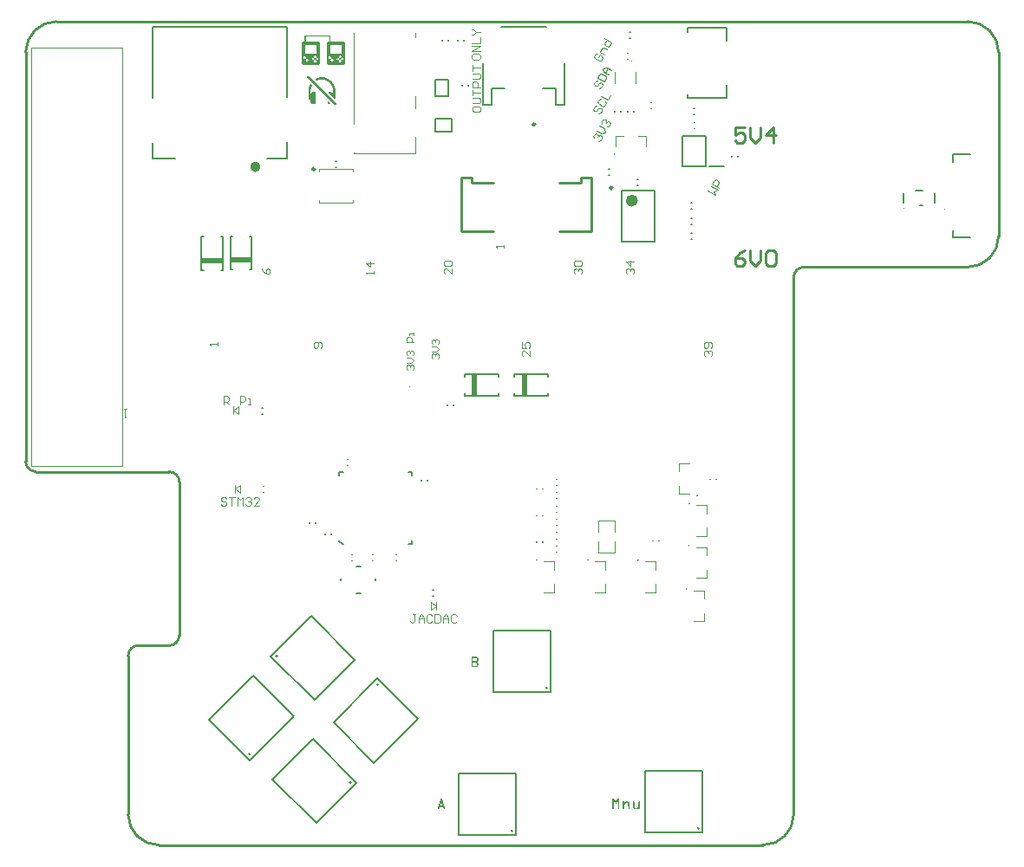
<source format=gto>
G04*
G04 #@! TF.GenerationSoftware,Altium Limited,Altium Designer,21.0.8 (223)*
G04*
G04 Layer_Color=65535*
%FSAX25Y25*%
%MOIN*%
G70*
G04*
G04 #@! TF.SameCoordinates,C73BC072-7C63-40B6-A927-07284C235285*
G04*
G04*
G04 #@! TF.FilePolarity,Positive*
G04*
G01*
G75*
%ADD10C,0.01968*%
%ADD11C,0.00394*%
%ADD12C,0.00787*%
%ADD13C,0.00984*%
%ADD14C,0.01000*%
%ADD15C,0.02362*%
%ADD16C,0.00492*%
%ADD17C,0.00500*%
%ADD18C,0.00591*%
%ADD19C,0.00472*%
%ADD20R,0.08268X0.02362*%
%ADD21R,0.02362X0.08268*%
G36*
X0077778Y0311631D02*
X0077841D01*
Y0311568D01*
X0077904D01*
Y0311505D01*
Y0311441D01*
Y0311378D01*
Y0311314D01*
Y0311251D01*
Y0311188D01*
Y0311124D01*
Y0311061D01*
Y0310998D01*
Y0310934D01*
Y0310871D01*
Y0310807D01*
Y0310744D01*
Y0310681D01*
Y0310617D01*
Y0310554D01*
Y0310490D01*
Y0310427D01*
Y0310364D01*
Y0310300D01*
Y0310237D01*
Y0310174D01*
Y0310110D01*
Y0310047D01*
Y0309983D01*
Y0309920D01*
Y0309857D01*
Y0309793D01*
Y0309730D01*
Y0309667D01*
Y0309603D01*
Y0309540D01*
Y0309476D01*
Y0309413D01*
Y0309350D01*
Y0309286D01*
X0082531D01*
Y0309223D01*
X0082911D01*
Y0309160D01*
X0083038D01*
Y0309096D01*
X0083101D01*
Y0309033D01*
X0083165D01*
Y0308969D01*
X0083228D01*
Y0308906D01*
X0083292D01*
Y0308843D01*
Y0308779D01*
Y0308716D01*
X0083355D01*
Y0308653D01*
Y0308589D01*
Y0308526D01*
Y0308462D01*
Y0308399D01*
Y0308336D01*
Y0308272D01*
Y0308209D01*
Y0308146D01*
Y0308082D01*
Y0308019D01*
Y0307955D01*
Y0307892D01*
Y0307829D01*
Y0307765D01*
Y0307702D01*
Y0307639D01*
Y0307575D01*
Y0307512D01*
Y0307448D01*
Y0307385D01*
Y0307322D01*
Y0307258D01*
Y0307195D01*
Y0307132D01*
Y0307068D01*
Y0307005D01*
Y0306941D01*
Y0306878D01*
Y0306815D01*
Y0306751D01*
Y0306688D01*
Y0306625D01*
Y0306561D01*
Y0306498D01*
Y0306434D01*
Y0306371D01*
Y0306308D01*
Y0306244D01*
Y0306181D01*
Y0306118D01*
Y0306054D01*
Y0305991D01*
Y0305927D01*
Y0305864D01*
Y0305801D01*
Y0305737D01*
Y0305674D01*
Y0305610D01*
Y0305547D01*
Y0305484D01*
Y0305420D01*
Y0305357D01*
Y0305294D01*
Y0305230D01*
Y0305167D01*
Y0305103D01*
Y0305040D01*
Y0304977D01*
Y0304913D01*
Y0304850D01*
Y0304786D01*
Y0304723D01*
Y0304660D01*
Y0304596D01*
Y0304533D01*
Y0304470D01*
Y0304406D01*
Y0304343D01*
Y0304279D01*
Y0304216D01*
Y0304153D01*
Y0304089D01*
Y0304026D01*
Y0303963D01*
Y0303899D01*
Y0303836D01*
Y0303772D01*
Y0303709D01*
Y0303646D01*
Y0303582D01*
Y0303519D01*
Y0303456D01*
Y0303392D01*
Y0303329D01*
Y0303266D01*
Y0303202D01*
Y0303139D01*
Y0303075D01*
Y0303012D01*
Y0302949D01*
Y0302885D01*
Y0302822D01*
Y0302758D01*
Y0302695D01*
Y0302632D01*
Y0302568D01*
Y0302505D01*
Y0302442D01*
Y0302378D01*
Y0302315D01*
Y0302251D01*
Y0302188D01*
Y0302125D01*
Y0302061D01*
Y0301998D01*
Y0301935D01*
Y0301871D01*
Y0301808D01*
Y0301744D01*
Y0301681D01*
Y0301618D01*
Y0301554D01*
Y0301491D01*
Y0301428D01*
Y0301364D01*
Y0301301D01*
Y0301237D01*
Y0301174D01*
Y0301111D01*
Y0301047D01*
Y0300984D01*
Y0300921D01*
Y0300857D01*
Y0300794D01*
Y0300730D01*
X0083292D01*
Y0300667D01*
Y0300604D01*
X0083228D01*
Y0300540D01*
X0083165D01*
Y0300477D01*
Y0300413D01*
X0083038D01*
Y0300350D01*
X0082975D01*
Y0300287D01*
X0082658D01*
Y0300223D01*
X0077144D01*
Y0300287D01*
X0076827D01*
Y0300350D01*
X0076764D01*
Y0300413D01*
X0076637D01*
Y0300477D01*
Y0300540D01*
X0076573D01*
Y0300604D01*
X0076510D01*
Y0300667D01*
Y0300730D01*
X0076447D01*
Y0300794D01*
Y0300857D01*
Y0300921D01*
Y0300984D01*
Y0301047D01*
Y0301111D01*
Y0301174D01*
Y0301237D01*
Y0301301D01*
Y0301364D01*
Y0301428D01*
Y0301491D01*
Y0301554D01*
Y0301618D01*
Y0301681D01*
Y0301744D01*
Y0301808D01*
Y0301871D01*
Y0301935D01*
Y0301998D01*
Y0302061D01*
Y0302125D01*
Y0302188D01*
Y0302251D01*
Y0302315D01*
Y0302378D01*
Y0302442D01*
Y0302505D01*
Y0302568D01*
Y0302632D01*
Y0302695D01*
Y0302758D01*
Y0302822D01*
Y0302885D01*
Y0302949D01*
Y0303012D01*
Y0303075D01*
Y0303139D01*
Y0303202D01*
Y0303266D01*
Y0303329D01*
Y0303392D01*
Y0303456D01*
Y0303519D01*
Y0303582D01*
Y0303646D01*
Y0303709D01*
Y0303772D01*
Y0303836D01*
Y0303899D01*
Y0303963D01*
Y0304026D01*
Y0304089D01*
Y0304153D01*
Y0304216D01*
Y0304279D01*
Y0304343D01*
Y0304406D01*
Y0304470D01*
Y0304533D01*
Y0304596D01*
Y0304660D01*
Y0304723D01*
Y0304786D01*
Y0304850D01*
Y0304913D01*
Y0304977D01*
Y0305040D01*
Y0305103D01*
Y0305167D01*
Y0305230D01*
Y0305294D01*
Y0305357D01*
Y0305420D01*
Y0305484D01*
Y0305547D01*
Y0305610D01*
Y0305674D01*
Y0305737D01*
Y0305801D01*
Y0305864D01*
Y0305927D01*
Y0305991D01*
Y0306054D01*
Y0306118D01*
Y0306181D01*
Y0306244D01*
Y0306308D01*
Y0306371D01*
Y0306434D01*
Y0306498D01*
Y0306561D01*
Y0306625D01*
Y0306688D01*
Y0306751D01*
Y0306815D01*
Y0306878D01*
Y0306941D01*
Y0307005D01*
Y0307068D01*
Y0307132D01*
Y0307195D01*
Y0307258D01*
Y0307322D01*
Y0307385D01*
Y0307448D01*
Y0307512D01*
Y0307575D01*
Y0307639D01*
Y0307702D01*
Y0307765D01*
Y0307829D01*
Y0307892D01*
Y0307955D01*
Y0308019D01*
Y0308082D01*
Y0308146D01*
Y0308209D01*
Y0308272D01*
Y0308336D01*
Y0308399D01*
Y0308462D01*
Y0308526D01*
Y0308589D01*
Y0308653D01*
Y0308716D01*
Y0308779D01*
X0076510D01*
Y0308843D01*
Y0308906D01*
X0076573D01*
Y0308969D01*
X0076637D01*
Y0309033D01*
X0076700D01*
Y0309096D01*
X0076764D01*
Y0309160D01*
X0076890D01*
Y0309223D01*
X0077271D01*
Y0309286D01*
X0077334D01*
Y0309350D01*
Y0309413D01*
Y0309476D01*
Y0309540D01*
Y0309603D01*
Y0309667D01*
Y0309730D01*
Y0309793D01*
Y0309857D01*
Y0309920D01*
Y0309983D01*
Y0310047D01*
Y0310110D01*
Y0310174D01*
Y0310237D01*
Y0310300D01*
Y0310364D01*
Y0310427D01*
Y0310490D01*
Y0310554D01*
Y0310617D01*
Y0310681D01*
Y0310744D01*
Y0310807D01*
Y0310871D01*
Y0310934D01*
Y0310998D01*
Y0311061D01*
Y0311124D01*
Y0311188D01*
Y0311251D01*
X0077271D01*
Y0311314D01*
X0068334D01*
Y0311251D01*
X0068271D01*
Y0311188D01*
Y0311124D01*
Y0311061D01*
Y0310998D01*
Y0310934D01*
Y0310871D01*
Y0310807D01*
Y0310744D01*
Y0310681D01*
Y0310617D01*
Y0310554D01*
Y0310490D01*
Y0310427D01*
Y0310364D01*
Y0310300D01*
Y0310237D01*
Y0310174D01*
Y0310110D01*
Y0310047D01*
Y0309983D01*
Y0309920D01*
Y0309857D01*
Y0309793D01*
Y0309730D01*
Y0309667D01*
Y0309603D01*
Y0309540D01*
Y0309476D01*
Y0309413D01*
Y0309350D01*
Y0309286D01*
X0072897D01*
Y0309223D01*
X0073278D01*
Y0309160D01*
X0073405D01*
Y0309096D01*
X0073468D01*
Y0309033D01*
X0073531D01*
Y0308969D01*
X0073595D01*
Y0308906D01*
X0073658D01*
Y0308843D01*
Y0308779D01*
X0073721D01*
Y0308716D01*
Y0308653D01*
Y0308589D01*
Y0308526D01*
Y0308462D01*
Y0308399D01*
Y0308336D01*
Y0308272D01*
Y0308209D01*
Y0308146D01*
Y0308082D01*
Y0308019D01*
Y0307955D01*
Y0307892D01*
Y0307829D01*
Y0307765D01*
Y0307702D01*
Y0307639D01*
Y0307575D01*
Y0307512D01*
Y0307448D01*
Y0307385D01*
Y0307322D01*
Y0307258D01*
Y0307195D01*
Y0307132D01*
Y0307068D01*
Y0307005D01*
Y0306941D01*
Y0306878D01*
Y0306815D01*
Y0306751D01*
Y0306688D01*
Y0306625D01*
Y0306561D01*
Y0306498D01*
Y0306434D01*
Y0306371D01*
Y0306308D01*
Y0306244D01*
Y0306181D01*
Y0306118D01*
Y0306054D01*
Y0305991D01*
Y0305927D01*
Y0305864D01*
Y0305801D01*
Y0305737D01*
Y0305674D01*
Y0305610D01*
Y0305547D01*
Y0305484D01*
Y0305420D01*
Y0305357D01*
Y0305294D01*
Y0305230D01*
Y0305167D01*
Y0305103D01*
Y0305040D01*
Y0304977D01*
Y0304913D01*
Y0304850D01*
Y0304786D01*
Y0304723D01*
Y0304660D01*
Y0304596D01*
Y0304533D01*
Y0304470D01*
Y0304406D01*
Y0304343D01*
Y0304279D01*
Y0304216D01*
Y0304153D01*
Y0304089D01*
Y0304026D01*
Y0303963D01*
Y0303899D01*
Y0303836D01*
Y0303772D01*
Y0303709D01*
Y0303646D01*
Y0303582D01*
Y0303519D01*
Y0303456D01*
Y0303392D01*
Y0303329D01*
Y0303266D01*
Y0303202D01*
Y0303139D01*
Y0303075D01*
Y0303012D01*
Y0302949D01*
Y0302885D01*
Y0302822D01*
Y0302758D01*
Y0302695D01*
Y0302632D01*
Y0302568D01*
Y0302505D01*
Y0302442D01*
Y0302378D01*
Y0302315D01*
Y0302251D01*
Y0302188D01*
Y0302125D01*
Y0302061D01*
Y0301998D01*
Y0301935D01*
Y0301871D01*
Y0301808D01*
Y0301744D01*
Y0301681D01*
Y0301618D01*
Y0301554D01*
Y0301491D01*
Y0301428D01*
Y0301364D01*
Y0301301D01*
Y0301237D01*
Y0301174D01*
Y0301111D01*
Y0301047D01*
Y0300984D01*
Y0300921D01*
Y0300857D01*
Y0300794D01*
Y0300730D01*
X0073658D01*
Y0300667D01*
Y0300604D01*
X0073595D01*
Y0300540D01*
X0073531D01*
Y0300477D01*
Y0300413D01*
X0073405D01*
Y0300350D01*
X0073341D01*
Y0300287D01*
X0073024D01*
Y0300223D01*
X0067510D01*
Y0300287D01*
X0067194D01*
Y0300350D01*
X0067130D01*
Y0300413D01*
X0067003D01*
Y0300477D01*
Y0300540D01*
X0066940D01*
Y0300604D01*
X0066877D01*
Y0300667D01*
Y0300730D01*
X0066813D01*
Y0300794D01*
Y0300857D01*
Y0300921D01*
Y0300984D01*
Y0301047D01*
Y0301111D01*
Y0301174D01*
Y0301237D01*
Y0301301D01*
Y0301364D01*
Y0301428D01*
Y0301491D01*
Y0301554D01*
Y0301618D01*
Y0301681D01*
Y0301744D01*
Y0301808D01*
Y0301871D01*
Y0301935D01*
Y0301998D01*
Y0302061D01*
Y0302125D01*
Y0302188D01*
Y0302251D01*
Y0302315D01*
Y0302378D01*
Y0302442D01*
Y0302505D01*
Y0302568D01*
Y0302632D01*
Y0302695D01*
Y0302758D01*
Y0302822D01*
Y0302885D01*
Y0302949D01*
Y0303012D01*
Y0303075D01*
Y0303139D01*
Y0303202D01*
Y0303266D01*
Y0303329D01*
Y0303392D01*
Y0303456D01*
Y0303519D01*
Y0303582D01*
Y0303646D01*
Y0303709D01*
Y0303772D01*
Y0303836D01*
Y0303899D01*
Y0303963D01*
Y0304026D01*
Y0304089D01*
Y0304153D01*
Y0304216D01*
Y0304279D01*
Y0304343D01*
Y0304406D01*
Y0304470D01*
Y0304533D01*
Y0304596D01*
Y0304660D01*
Y0304723D01*
Y0304786D01*
Y0304850D01*
Y0304913D01*
Y0304977D01*
Y0305040D01*
Y0305103D01*
Y0305167D01*
Y0305230D01*
Y0305294D01*
Y0305357D01*
Y0305420D01*
Y0305484D01*
Y0305547D01*
Y0305610D01*
Y0305674D01*
Y0305737D01*
Y0305801D01*
Y0305864D01*
Y0305927D01*
Y0305991D01*
Y0306054D01*
Y0306118D01*
Y0306181D01*
Y0306244D01*
Y0306308D01*
Y0306371D01*
Y0306434D01*
Y0306498D01*
Y0306561D01*
Y0306625D01*
Y0306688D01*
Y0306751D01*
Y0306815D01*
Y0306878D01*
Y0306941D01*
Y0307005D01*
Y0307068D01*
Y0307132D01*
Y0307195D01*
Y0307258D01*
Y0307322D01*
Y0307385D01*
Y0307448D01*
Y0307512D01*
Y0307575D01*
Y0307639D01*
Y0307702D01*
Y0307765D01*
Y0307829D01*
Y0307892D01*
Y0307955D01*
Y0308019D01*
Y0308082D01*
Y0308146D01*
Y0308209D01*
Y0308272D01*
Y0308336D01*
Y0308399D01*
Y0308462D01*
Y0308526D01*
Y0308589D01*
Y0308653D01*
Y0308716D01*
X0066877D01*
Y0308779D01*
Y0308843D01*
Y0308906D01*
X0066940D01*
Y0308969D01*
X0067003D01*
Y0309033D01*
X0067067D01*
Y0309096D01*
X0067130D01*
Y0309160D01*
X0067257D01*
Y0309223D01*
X0067637D01*
Y0309286D01*
X0067701D01*
Y0309350D01*
Y0309413D01*
Y0309476D01*
Y0309540D01*
Y0309603D01*
Y0309667D01*
Y0309730D01*
Y0309793D01*
Y0309857D01*
Y0309920D01*
Y0309983D01*
Y0310047D01*
Y0310110D01*
Y0310174D01*
Y0310237D01*
Y0310300D01*
Y0310364D01*
Y0310427D01*
Y0310490D01*
Y0310554D01*
Y0310617D01*
Y0310681D01*
Y0310744D01*
Y0310807D01*
Y0310871D01*
Y0310934D01*
Y0310998D01*
Y0311061D01*
Y0311124D01*
Y0311188D01*
Y0311251D01*
Y0311314D01*
Y0311378D01*
Y0311441D01*
Y0311505D01*
Y0311568D01*
Y0311631D01*
X0067764D01*
Y0311695D01*
X0077778D01*
Y0311631D01*
D02*
G37*
G36*
X0075089Y0295458D02*
X0075424D01*
Y0295420D01*
X0075610D01*
Y0295383D01*
X0075647D01*
Y0295346D01*
X0075833D01*
Y0295309D01*
X0075982D01*
Y0295271D01*
X0076020D01*
Y0295234D01*
X0076131D01*
Y0295197D01*
X0076280D01*
Y0295160D01*
X0076392D01*
Y0295123D01*
Y0295085D01*
X0076503D01*
Y0295048D01*
X0076615D01*
Y0295011D01*
X0076689D01*
Y0294974D01*
X0076727D01*
Y0294936D01*
X0076801D01*
Y0294899D01*
X0076876D01*
Y0294862D01*
X0076950D01*
Y0294825D01*
X0076987D01*
Y0294788D01*
X0077062D01*
Y0294750D01*
X0077136D01*
Y0294713D01*
X0077173D01*
Y0294676D01*
X0077248D01*
Y0294639D01*
X0077285D01*
Y0294601D01*
X0077359D01*
Y0294564D01*
X0077397D01*
Y0294527D01*
X0077434D01*
Y0294490D01*
X0077508D01*
Y0294453D01*
X0077545D01*
Y0294415D01*
X0077583D01*
Y0294378D01*
X0077657D01*
Y0294341D01*
X0077694D01*
Y0294304D01*
X0077732D01*
Y0294267D01*
X0077769D01*
Y0294229D01*
X0077806D01*
Y0294192D01*
X0077843D01*
Y0294155D01*
X0077881D01*
Y0294118D01*
X0077918D01*
Y0294080D01*
X0077955D01*
Y0294043D01*
X0077992D01*
Y0294006D01*
X0078029D01*
Y0293969D01*
X0078066D01*
Y0293932D01*
X0078104D01*
Y0293894D01*
X0078141D01*
Y0293857D01*
X0078178D01*
Y0293820D01*
X0078215D01*
Y0293783D01*
X0078253D01*
Y0293745D01*
X0078290D01*
Y0293708D01*
X0078327D01*
Y0293671D01*
X0078364D01*
Y0293634D01*
Y0293597D01*
X0078401D01*
Y0293559D01*
X0078439D01*
Y0293522D01*
X0078476D01*
Y0293485D01*
X0078513D01*
Y0293448D01*
Y0293410D01*
X0078550D01*
Y0293373D01*
Y0293336D01*
X0078588D01*
Y0293299D01*
X0078625D01*
Y0293262D01*
X0078662D01*
Y0293224D01*
Y0293187D01*
X0078699D01*
Y0293150D01*
X0078737D01*
Y0293113D01*
X0078774D01*
Y0293076D01*
Y0293038D01*
X0078811D01*
Y0293001D01*
Y0292964D01*
Y0292927D01*
X0078848D01*
Y0292889D01*
X0078885D01*
Y0292852D01*
X0078923D01*
Y0292815D01*
Y0292778D01*
X0078960D01*
Y0292741D01*
Y0292703D01*
Y0292666D01*
X0079034D01*
Y0292629D01*
Y0292592D01*
Y0292554D01*
X0079071D01*
Y0292517D01*
Y0292480D01*
X0079109D01*
Y0292443D01*
Y0292406D01*
Y0292368D01*
X0079146D01*
Y0292331D01*
X0079183D01*
Y0292294D01*
Y0292257D01*
X0079220D01*
Y0292220D01*
Y0292182D01*
Y0292145D01*
Y0292108D01*
X0079258D01*
Y0292071D01*
Y0292034D01*
Y0291996D01*
X0079332D01*
Y0291959D01*
Y0291922D01*
Y0291885D01*
Y0291847D01*
X0079369D01*
Y0291810D01*
Y0291773D01*
Y0291736D01*
Y0291699D01*
X0079406D01*
Y0291661D01*
Y0291624D01*
Y0291587D01*
Y0291550D01*
X0079444D01*
Y0291512D01*
X0079481D01*
Y0291475D01*
Y0291438D01*
Y0291401D01*
Y0291364D01*
Y0291326D01*
X0079518D01*
Y0291289D01*
Y0291252D01*
Y0291215D01*
Y0291177D01*
Y0291140D01*
X0079555D01*
Y0291103D01*
X0079593D01*
Y0291066D01*
Y0291029D01*
Y0290991D01*
Y0290954D01*
Y0290917D01*
Y0290880D01*
Y0290843D01*
X0079630D01*
Y0290805D01*
Y0290768D01*
Y0290731D01*
Y0290694D01*
Y0290656D01*
Y0290619D01*
Y0290582D01*
Y0290545D01*
Y0290508D01*
Y0290470D01*
X0079667D01*
Y0290433D01*
Y0290396D01*
Y0290359D01*
Y0290321D01*
Y0290284D01*
Y0290247D01*
Y0290210D01*
Y0290173D01*
Y0290135D01*
Y0290098D01*
Y0290061D01*
Y0290024D01*
Y0289986D01*
Y0289949D01*
Y0289912D01*
Y0289875D01*
Y0289838D01*
Y0289800D01*
Y0289763D01*
Y0289726D01*
Y0289689D01*
Y0289651D01*
Y0289614D01*
Y0289577D01*
Y0289540D01*
Y0289503D01*
Y0289465D01*
Y0289428D01*
Y0289391D01*
Y0289354D01*
Y0289317D01*
Y0289279D01*
Y0289242D01*
Y0289205D01*
Y0289168D01*
Y0289130D01*
Y0289093D01*
Y0289056D01*
Y0289019D01*
Y0288982D01*
Y0288944D01*
Y0288907D01*
Y0288870D01*
Y0288833D01*
Y0288795D01*
Y0288758D01*
Y0288721D01*
Y0288684D01*
Y0288647D01*
Y0288609D01*
Y0288572D01*
Y0288535D01*
Y0288498D01*
Y0288460D01*
Y0288423D01*
Y0288386D01*
Y0288349D01*
Y0288312D01*
Y0288274D01*
Y0288237D01*
Y0288200D01*
Y0288163D01*
Y0288126D01*
Y0288088D01*
Y0288051D01*
Y0288014D01*
Y0287977D01*
Y0287940D01*
Y0287902D01*
Y0287865D01*
Y0287828D01*
Y0287791D01*
Y0287753D01*
Y0287716D01*
Y0287679D01*
Y0287642D01*
Y0287604D01*
Y0287567D01*
Y0287530D01*
Y0287493D01*
Y0287456D01*
Y0287418D01*
Y0287381D01*
Y0287344D01*
Y0287307D01*
Y0287269D01*
X0079630D01*
Y0287232D01*
Y0287195D01*
X0079593D01*
Y0287158D01*
X0079369D01*
Y0287195D01*
X0079332D01*
Y0287232D01*
X0079258D01*
Y0287269D01*
Y0287307D01*
X0079220D01*
Y0287344D01*
X0079183D01*
Y0287381D01*
X0079109D01*
Y0287418D01*
Y0287456D01*
X0079071D01*
Y0287493D01*
X0078997D01*
Y0287530D01*
Y0287567D01*
X0078960D01*
Y0287604D01*
X0078923D01*
Y0287642D01*
X0078848D01*
Y0287679D01*
Y0287716D01*
X0078811D01*
Y0287753D01*
X0078774D01*
Y0287791D01*
X0078699D01*
Y0287828D01*
Y0287865D01*
X0078662D01*
Y0287902D01*
X0078588D01*
Y0287940D01*
X0078550D01*
Y0287977D01*
Y0288014D01*
X0078513D01*
Y0288051D01*
X0078439D01*
Y0288088D01*
Y0288126D01*
X0078401D01*
Y0288163D01*
X0078364D01*
Y0288200D01*
X0078290D01*
Y0288237D01*
Y0288274D01*
X0078253D01*
Y0288312D01*
X0078178D01*
Y0288349D01*
X0078141D01*
Y0288386D01*
Y0288423D01*
X0078104D01*
Y0288460D01*
X0078029D01*
Y0288498D01*
Y0288535D01*
X0077992D01*
Y0288572D01*
X0077955D01*
Y0288609D01*
X0077881D01*
Y0288647D01*
Y0288684D01*
X0077843D01*
Y0288721D01*
X0077806D01*
Y0288758D01*
X0077732D01*
Y0288795D01*
Y0288833D01*
X0077694D01*
Y0288870D01*
X0077620D01*
Y0288907D01*
X0077583D01*
Y0288944D01*
Y0288982D01*
X0077545D01*
Y0289019D01*
X0077471D01*
Y0289056D01*
Y0289093D01*
X0077434D01*
Y0289130D01*
X0077359D01*
Y0289168D01*
X0077322D01*
Y0289205D01*
Y0289242D01*
X0077285D01*
Y0289279D01*
X0077210D01*
Y0289317D01*
X0077173D01*
Y0289354D01*
Y0289391D01*
X0077136D01*
Y0289428D01*
X0077062D01*
Y0289465D01*
Y0289503D01*
X0077025D01*
Y0289540D01*
X0076987D01*
Y0289577D01*
Y0289614D01*
Y0289651D01*
Y0289689D01*
Y0289726D01*
X0077025D01*
Y0289763D01*
X0077062D01*
Y0289800D01*
X0077992D01*
Y0289763D01*
X0078029D01*
Y0289726D01*
X0078178D01*
Y0289689D01*
X0078253D01*
Y0289651D01*
X0078364D01*
Y0289614D01*
Y0289577D01*
X0078439D01*
Y0289540D01*
X0078476D01*
Y0289503D01*
X0078513D01*
Y0289465D01*
Y0289428D01*
X0078550D01*
Y0289391D01*
X0078588D01*
Y0289354D01*
X0078625D01*
Y0289317D01*
Y0289279D01*
X0078662D01*
Y0289242D01*
Y0289205D01*
Y0289168D01*
X0078699D01*
Y0289130D01*
Y0289093D01*
Y0289056D01*
Y0289019D01*
Y0288982D01*
Y0288944D01*
Y0288907D01*
Y0288870D01*
X0078811D01*
Y0288907D01*
Y0288944D01*
Y0288982D01*
Y0289019D01*
Y0289056D01*
Y0289093D01*
Y0289130D01*
Y0289168D01*
Y0289205D01*
Y0289242D01*
Y0289279D01*
Y0289317D01*
Y0289354D01*
Y0289391D01*
Y0289428D01*
Y0289465D01*
Y0289503D01*
Y0289540D01*
Y0289577D01*
Y0289614D01*
Y0289651D01*
Y0289689D01*
Y0289726D01*
Y0289763D01*
Y0289800D01*
Y0289838D01*
Y0289875D01*
Y0289912D01*
Y0289949D01*
Y0289986D01*
Y0290024D01*
Y0290061D01*
Y0290098D01*
Y0290135D01*
Y0290173D01*
Y0290210D01*
Y0290247D01*
Y0290284D01*
Y0290321D01*
Y0290359D01*
Y0290396D01*
X0078774D01*
Y0290433D01*
Y0290470D01*
Y0290508D01*
Y0290545D01*
Y0290582D01*
Y0290619D01*
Y0290656D01*
Y0290694D01*
Y0290731D01*
Y0290768D01*
X0078737D01*
Y0290805D01*
Y0290843D01*
Y0290880D01*
Y0290917D01*
X0078699D01*
Y0290954D01*
Y0290991D01*
Y0291029D01*
X0078662D01*
Y0291066D01*
Y0291103D01*
Y0291140D01*
Y0291177D01*
Y0291215D01*
X0078625D01*
Y0291252D01*
Y0291289D01*
Y0291326D01*
Y0291364D01*
Y0291401D01*
X0078588D01*
Y0291438D01*
X0078550D01*
Y0291475D01*
Y0291512D01*
Y0291550D01*
X0078513D01*
Y0291587D01*
Y0291624D01*
Y0291661D01*
Y0291699D01*
X0078476D01*
Y0291736D01*
Y0291773D01*
Y0291810D01*
X0078439D01*
Y0291847D01*
X0078401D01*
Y0291885D01*
Y0291922D01*
X0078364D01*
Y0291959D01*
Y0291996D01*
Y0292034D01*
X0078327D01*
Y0292071D01*
Y0292108D01*
X0078290D01*
Y0292145D01*
Y0292182D01*
X0078253D01*
Y0292220D01*
Y0292257D01*
X0078215D01*
Y0292294D01*
Y0292331D01*
X0078178D01*
Y0292368D01*
X0078141D01*
Y0292406D01*
Y0292443D01*
X0078104D01*
Y0292480D01*
Y0292517D01*
X0078066D01*
Y0292554D01*
X0078029D01*
Y0292592D01*
Y0292629D01*
X0077992D01*
Y0292666D01*
Y0292703D01*
X0077955D01*
Y0292741D01*
X0077918D01*
Y0292778D01*
X0077881D01*
Y0292815D01*
Y0292852D01*
X0077843D01*
Y0292889D01*
X0077806D01*
Y0292927D01*
Y0292964D01*
X0077769D01*
Y0293001D01*
X0077732D01*
Y0293038D01*
X0077694D01*
Y0293076D01*
Y0293113D01*
X0077620D01*
Y0293150D01*
X0077583D01*
Y0293187D01*
Y0293224D01*
X0077545D01*
Y0293262D01*
X0077508D01*
Y0293299D01*
X0077471D01*
Y0293336D01*
X0077434D01*
Y0293373D01*
X0077397D01*
Y0293410D01*
X0077359D01*
Y0293448D01*
X0077322D01*
Y0293485D01*
X0077285D01*
Y0293522D01*
X0077248D01*
Y0293559D01*
X0077173D01*
Y0293597D01*
Y0293634D01*
X0077136D01*
Y0293671D01*
X0077062D01*
Y0293708D01*
X0077025D01*
Y0293745D01*
X0076987D01*
Y0293783D01*
X0076950D01*
Y0293820D01*
X0076876D01*
Y0293857D01*
X0076838D01*
Y0293894D01*
X0076801D01*
Y0293932D01*
X0076727D01*
Y0293969D01*
X0076652D01*
Y0294006D01*
Y0294043D01*
X0076541D01*
Y0294080D01*
X0076503D01*
Y0294118D01*
X0076429D01*
Y0294155D01*
X0076392D01*
Y0294192D01*
X0076280D01*
Y0294229D01*
X0076206D01*
Y0294267D01*
X0076168D01*
Y0294304D01*
X0076094D01*
Y0294341D01*
X0075945D01*
Y0294378D01*
X0075833D01*
Y0294415D01*
Y0294453D01*
X0075685D01*
Y0294490D01*
X0075536D01*
Y0294527D01*
X0075350D01*
Y0294564D01*
X0075312D01*
Y0294601D01*
X0075015D01*
Y0294639D01*
X0073935D01*
Y0294601D01*
X0073638D01*
Y0294564D01*
X0073600D01*
Y0294527D01*
X0073414D01*
Y0294490D01*
X0073265D01*
Y0294453D01*
X0073116D01*
Y0294415D01*
Y0294378D01*
X0073005D01*
Y0294341D01*
X0072856D01*
Y0294304D01*
X0072782D01*
Y0294267D01*
X0072744D01*
Y0294229D01*
X0072633D01*
Y0294192D01*
X0072558D01*
Y0294155D01*
X0072521D01*
Y0294118D01*
X0072484D01*
Y0294155D01*
X0072372D01*
Y0294192D01*
X0072335D01*
Y0294229D01*
X0072260D01*
Y0294267D01*
X0072223D01*
Y0294304D01*
Y0294341D01*
X0072149D01*
Y0294378D01*
X0072112D01*
Y0294415D01*
X0072074D01*
Y0294453D01*
Y0294490D01*
X0072000D01*
Y0294527D01*
X0071963D01*
Y0294564D01*
Y0294601D01*
X0071926D01*
Y0294639D01*
Y0294676D01*
Y0294713D01*
Y0294750D01*
X0071963D01*
Y0294788D01*
Y0294825D01*
X0072037D01*
Y0294862D01*
X0072074D01*
Y0294899D01*
X0072149D01*
Y0294936D01*
X0072223D01*
Y0294974D01*
X0072260D01*
Y0295011D01*
X0072372D01*
Y0295048D01*
X0072447D01*
Y0295085D01*
X0072558D01*
Y0295123D01*
Y0295160D01*
X0072670D01*
Y0295197D01*
X0072819D01*
Y0295234D01*
X0072930D01*
Y0295271D01*
X0072968D01*
Y0295309D01*
X0073116D01*
Y0295346D01*
X0073303D01*
Y0295383D01*
X0073340D01*
Y0295420D01*
X0073526D01*
Y0295458D01*
X0073861D01*
Y0295495D01*
X0075089D01*
Y0295458D01*
D02*
G37*
G36*
X0076950Y0286190D02*
X0076987D01*
Y0286153D01*
X0077025D01*
Y0286116D01*
X0077062D01*
Y0286079D01*
X0077099D01*
Y0286041D01*
X0077136D01*
Y0286004D01*
X0077173D01*
Y0285967D01*
X0077210D01*
Y0285930D01*
X0077248D01*
Y0285893D01*
X0077285D01*
Y0285855D01*
X0077322D01*
Y0285818D01*
X0077359D01*
Y0285781D01*
X0077397D01*
Y0285744D01*
X0077434D01*
Y0285706D01*
X0077471D01*
Y0285669D01*
X0077508D01*
Y0285632D01*
X0077545D01*
Y0285595D01*
X0077583D01*
Y0285558D01*
X0077620D01*
Y0285520D01*
X0077657D01*
Y0285483D01*
X0077694D01*
Y0285446D01*
X0077732D01*
Y0285409D01*
X0077769D01*
Y0285371D01*
X0077806D01*
Y0285334D01*
X0077843D01*
Y0285297D01*
X0077881D01*
Y0285260D01*
X0077918D01*
Y0285223D01*
X0077955D01*
Y0285185D01*
X0077992D01*
Y0285148D01*
X0078066D01*
Y0285111D01*
X0076987D01*
Y0285148D01*
X0076950D01*
Y0285185D01*
X0076913D01*
Y0285223D01*
Y0285260D01*
Y0285297D01*
Y0285334D01*
Y0285371D01*
Y0285409D01*
Y0285446D01*
Y0285483D01*
Y0285520D01*
Y0285558D01*
Y0285595D01*
Y0285632D01*
Y0285669D01*
Y0285706D01*
Y0285744D01*
Y0285781D01*
Y0285818D01*
Y0285855D01*
Y0285893D01*
Y0285930D01*
Y0285967D01*
Y0286004D01*
Y0286041D01*
Y0286079D01*
Y0286116D01*
Y0286153D01*
Y0286190D01*
Y0286227D01*
X0076950D01*
Y0286190D01*
D02*
G37*
G36*
X0070139Y0292889D02*
X0070176D01*
Y0292852D01*
X0070214D01*
Y0292815D01*
X0070251D01*
Y0292778D01*
X0070288D01*
Y0292741D01*
X0070325D01*
Y0292703D01*
X0070362D01*
Y0292666D01*
X0070400D01*
Y0292629D01*
X0070437D01*
Y0292592D01*
X0070474D01*
Y0292554D01*
X0070511D01*
Y0292517D01*
X0070548D01*
Y0292480D01*
X0070586D01*
Y0292443D01*
X0070623D01*
Y0292406D01*
X0070660D01*
Y0292368D01*
X0070697D01*
Y0292331D01*
X0070735D01*
Y0292294D01*
Y0292257D01*
X0070697D01*
Y0292220D01*
Y0292182D01*
Y0292145D01*
X0070660D01*
Y0292108D01*
X0070623D01*
Y0292071D01*
Y0292034D01*
X0070586D01*
Y0291996D01*
Y0291959D01*
Y0291922D01*
X0070548D01*
Y0291885D01*
Y0291847D01*
X0070511D01*
Y0291810D01*
X0070474D01*
Y0291773D01*
Y0291736D01*
Y0291699D01*
X0070437D01*
Y0291661D01*
Y0291624D01*
Y0291587D01*
Y0291550D01*
X0070400D01*
Y0291512D01*
Y0291475D01*
Y0291438D01*
X0070362D01*
Y0291401D01*
X0070325D01*
Y0291364D01*
Y0291326D01*
Y0291289D01*
Y0291252D01*
X0070288D01*
Y0291215D01*
Y0291177D01*
Y0291140D01*
Y0291103D01*
Y0291066D01*
Y0291029D01*
X0070251D01*
Y0290991D01*
X0070214D01*
Y0290954D01*
Y0290917D01*
Y0290880D01*
Y0290843D01*
Y0290805D01*
X0070176D01*
Y0290768D01*
Y0290731D01*
Y0290694D01*
Y0290656D01*
Y0290619D01*
Y0290582D01*
Y0290545D01*
Y0290508D01*
Y0290470D01*
X0070139D01*
Y0290433D01*
Y0290396D01*
Y0290359D01*
Y0290321D01*
Y0290284D01*
Y0290247D01*
Y0290210D01*
Y0290173D01*
Y0290135D01*
Y0290098D01*
Y0290061D01*
Y0290024D01*
Y0289986D01*
Y0289949D01*
Y0289912D01*
Y0289875D01*
Y0289838D01*
Y0289800D01*
Y0289763D01*
Y0289726D01*
Y0289689D01*
Y0289651D01*
Y0289614D01*
Y0289577D01*
Y0289540D01*
Y0289503D01*
Y0289465D01*
Y0289428D01*
Y0289391D01*
Y0289354D01*
Y0289317D01*
Y0289279D01*
Y0289242D01*
Y0289205D01*
Y0289168D01*
Y0289130D01*
Y0289093D01*
Y0289056D01*
Y0289019D01*
Y0288982D01*
Y0288944D01*
Y0288907D01*
Y0288870D01*
X0070214D01*
Y0288907D01*
X0070251D01*
Y0288944D01*
Y0288982D01*
Y0289019D01*
Y0289056D01*
Y0289093D01*
Y0289130D01*
Y0289168D01*
X0070288D01*
Y0289205D01*
Y0289242D01*
Y0289279D01*
X0070325D01*
Y0289317D01*
Y0289354D01*
X0070362D01*
Y0289391D01*
X0070400D01*
Y0289428D01*
Y0289465D01*
X0070437D01*
Y0289503D01*
X0070474D01*
Y0289540D01*
X0070511D01*
Y0289577D01*
X0070586D01*
Y0289614D01*
Y0289651D01*
X0070660D01*
Y0289689D01*
X0070772D01*
Y0289726D01*
X0070921D01*
Y0289763D01*
X0070958D01*
Y0289800D01*
X0071926D01*
Y0289763D01*
X0071963D01*
Y0289726D01*
X0072000D01*
Y0289689D01*
X0072037D01*
Y0289651D01*
X0072000D01*
Y0289614D01*
Y0289577D01*
Y0289540D01*
Y0289503D01*
Y0289465D01*
Y0289428D01*
Y0289391D01*
Y0289354D01*
Y0289317D01*
Y0289279D01*
Y0289242D01*
Y0289205D01*
Y0289168D01*
Y0289130D01*
Y0289093D01*
Y0289056D01*
Y0289019D01*
Y0288982D01*
Y0288944D01*
Y0288907D01*
Y0288870D01*
Y0288833D01*
Y0288795D01*
Y0288758D01*
Y0288721D01*
Y0288684D01*
Y0288647D01*
Y0288609D01*
Y0288572D01*
Y0288535D01*
Y0288498D01*
Y0288460D01*
Y0288423D01*
Y0288386D01*
Y0288349D01*
Y0288312D01*
Y0288274D01*
Y0288237D01*
Y0288200D01*
Y0288163D01*
Y0288126D01*
Y0288088D01*
Y0288051D01*
Y0288014D01*
Y0287977D01*
Y0287940D01*
Y0287902D01*
Y0287865D01*
Y0287828D01*
Y0287791D01*
Y0287753D01*
Y0287716D01*
Y0287679D01*
Y0287642D01*
Y0287604D01*
Y0287567D01*
Y0287530D01*
Y0287493D01*
Y0287456D01*
Y0287418D01*
Y0287381D01*
Y0287344D01*
Y0287307D01*
Y0287269D01*
Y0287232D01*
Y0287195D01*
Y0287158D01*
Y0287121D01*
Y0287084D01*
Y0287046D01*
Y0287009D01*
Y0286972D01*
Y0286935D01*
Y0286897D01*
Y0286860D01*
Y0286823D01*
Y0286786D01*
Y0286749D01*
Y0286711D01*
Y0286674D01*
Y0286637D01*
Y0286600D01*
Y0286562D01*
Y0286525D01*
Y0286488D01*
Y0286451D01*
Y0286414D01*
Y0286376D01*
Y0286339D01*
Y0286302D01*
Y0286265D01*
Y0286227D01*
Y0286190D01*
Y0286153D01*
Y0286116D01*
Y0286079D01*
Y0286041D01*
Y0286004D01*
Y0285967D01*
Y0285930D01*
Y0285893D01*
Y0285855D01*
Y0285818D01*
Y0285781D01*
Y0285744D01*
Y0285706D01*
Y0285669D01*
Y0285632D01*
Y0285595D01*
Y0285558D01*
Y0285520D01*
Y0285483D01*
Y0285446D01*
Y0285409D01*
Y0285371D01*
Y0285334D01*
Y0285297D01*
Y0285260D01*
Y0285223D01*
Y0285185D01*
Y0285148D01*
X0071963D01*
Y0285111D01*
X0070846D01*
Y0285148D01*
X0070735D01*
Y0285185D01*
X0070660D01*
Y0285223D01*
X0070623D01*
Y0285260D01*
X0070548D01*
Y0285297D01*
X0070511D01*
Y0285334D01*
X0070474D01*
Y0285371D01*
X0070437D01*
Y0285409D01*
X0070400D01*
Y0285446D01*
Y0285483D01*
X0070362D01*
Y0285520D01*
X0070325D01*
Y0285558D01*
Y0285595D01*
X0070288D01*
Y0285632D01*
Y0285669D01*
Y0285706D01*
X0070251D01*
Y0285744D01*
Y0285781D01*
Y0285818D01*
Y0285855D01*
Y0285893D01*
X0070214D01*
Y0285930D01*
Y0285967D01*
Y0286004D01*
Y0286041D01*
Y0286079D01*
Y0286116D01*
Y0286153D01*
Y0286190D01*
Y0286227D01*
Y0286265D01*
Y0286302D01*
Y0286339D01*
Y0286376D01*
Y0286414D01*
Y0286451D01*
Y0286488D01*
Y0286525D01*
Y0286562D01*
Y0286600D01*
Y0286637D01*
Y0286674D01*
Y0286711D01*
Y0286749D01*
Y0286786D01*
Y0286823D01*
Y0286860D01*
Y0286897D01*
Y0286935D01*
Y0286972D01*
X0070176D01*
Y0287009D01*
X0069655D01*
Y0286972D01*
X0069618D01*
Y0287009D01*
X0069581D01*
Y0287046D01*
X0069506D01*
Y0287084D01*
X0069469D01*
Y0287121D01*
X0069432D01*
Y0287158D01*
X0069358D01*
Y0287195D01*
Y0287232D01*
X0069320D01*
Y0287269D01*
X0069283D01*
Y0287307D01*
Y0287344D01*
Y0287381D01*
Y0287418D01*
Y0287456D01*
Y0287493D01*
Y0287530D01*
Y0287567D01*
Y0287604D01*
Y0287642D01*
Y0287679D01*
Y0287716D01*
Y0287753D01*
Y0287791D01*
Y0287828D01*
Y0287865D01*
Y0287902D01*
Y0287940D01*
Y0287977D01*
Y0288014D01*
Y0288051D01*
Y0288088D01*
Y0288126D01*
Y0288163D01*
Y0288200D01*
Y0288237D01*
Y0288274D01*
Y0288312D01*
Y0288349D01*
Y0288386D01*
Y0288423D01*
Y0288460D01*
Y0288498D01*
Y0288535D01*
Y0288572D01*
Y0288609D01*
Y0288647D01*
Y0288684D01*
Y0288721D01*
Y0288758D01*
Y0288795D01*
Y0288833D01*
Y0288870D01*
Y0288907D01*
Y0288944D01*
Y0288982D01*
Y0289019D01*
Y0289056D01*
Y0289093D01*
Y0289130D01*
Y0289168D01*
Y0289205D01*
Y0289242D01*
Y0289279D01*
Y0289317D01*
Y0289354D01*
Y0289391D01*
Y0289428D01*
Y0289465D01*
Y0289503D01*
Y0289540D01*
Y0289577D01*
Y0289614D01*
Y0289651D01*
Y0289689D01*
Y0289726D01*
Y0289763D01*
Y0289800D01*
Y0289838D01*
Y0289875D01*
Y0289912D01*
Y0289949D01*
Y0289986D01*
Y0290024D01*
Y0290061D01*
Y0290098D01*
Y0290135D01*
Y0290173D01*
Y0290210D01*
Y0290247D01*
Y0290284D01*
Y0290321D01*
Y0290359D01*
Y0290396D01*
Y0290433D01*
Y0290470D01*
Y0290508D01*
X0069320D01*
Y0290545D01*
Y0290582D01*
Y0290619D01*
Y0290656D01*
Y0290694D01*
Y0290731D01*
Y0290768D01*
Y0290805D01*
Y0290843D01*
Y0290880D01*
X0069358D01*
Y0290917D01*
Y0290954D01*
Y0290991D01*
Y0291029D01*
Y0291066D01*
Y0291103D01*
Y0291140D01*
X0069432D01*
Y0291177D01*
Y0291215D01*
Y0291252D01*
Y0291289D01*
Y0291326D01*
Y0291364D01*
X0069469D01*
Y0291401D01*
Y0291438D01*
Y0291475D01*
Y0291512D01*
Y0291550D01*
X0069506D01*
Y0291587D01*
Y0291624D01*
Y0291661D01*
Y0291699D01*
X0069581D01*
Y0291736D01*
Y0291773D01*
Y0291810D01*
Y0291847D01*
X0069618D01*
Y0291885D01*
Y0291922D01*
Y0291959D01*
Y0291996D01*
X0069692D01*
Y0292034D01*
Y0292071D01*
Y0292108D01*
X0069730D01*
Y0292145D01*
Y0292182D01*
Y0292220D01*
Y0292257D01*
X0069767D01*
Y0292294D01*
Y0292331D01*
X0069804D01*
Y0292368D01*
X0069841D01*
Y0292406D01*
Y0292443D01*
X0069879D01*
Y0292480D01*
Y0292517D01*
Y0292554D01*
X0069916D01*
Y0292592D01*
Y0292629D01*
Y0292666D01*
X0069990D01*
Y0292703D01*
Y0292741D01*
Y0292778D01*
X0070027D01*
Y0292815D01*
Y0292852D01*
X0070065D01*
Y0292889D01*
X0070102D01*
Y0292927D01*
X0070139D01*
Y0292889D01*
D02*
G37*
G36*
X0069358Y0295979D02*
X0069432D01*
Y0295941D01*
X0069469D01*
Y0295904D01*
X0069506D01*
Y0295867D01*
X0069544D01*
Y0295830D01*
X0069581D01*
Y0295793D01*
X0069618D01*
Y0295755D01*
X0069655D01*
Y0295718D01*
X0069692D01*
Y0295681D01*
X0069730D01*
Y0295644D01*
X0069767D01*
Y0295606D01*
X0069804D01*
Y0295569D01*
X0069841D01*
Y0295532D01*
X0069879D01*
Y0295495D01*
X0069916D01*
Y0295458D01*
X0069953D01*
Y0295420D01*
X0069990D01*
Y0295383D01*
X0070027D01*
Y0295346D01*
X0070065D01*
Y0295309D01*
X0070102D01*
Y0295271D01*
X0070139D01*
Y0295234D01*
X0070176D01*
Y0295197D01*
X0070214D01*
Y0295160D01*
X0070251D01*
Y0295123D01*
X0070288D01*
Y0295085D01*
X0070325D01*
Y0295048D01*
X0070362D01*
Y0295011D01*
X0070400D01*
Y0294974D01*
X0070437D01*
Y0294936D01*
X0070474D01*
Y0294899D01*
X0070511D01*
Y0294862D01*
X0070548D01*
Y0294825D01*
X0070586D01*
Y0294788D01*
X0070623D01*
Y0294750D01*
X0070660D01*
Y0294713D01*
X0070697D01*
Y0294676D01*
X0070735D01*
Y0294639D01*
X0070772D01*
Y0294601D01*
X0070809D01*
Y0294564D01*
X0070846D01*
Y0294527D01*
X0070884D01*
Y0294490D01*
X0070921D01*
Y0294453D01*
X0070958D01*
Y0294415D01*
X0070995D01*
Y0294378D01*
X0071032D01*
Y0294341D01*
X0071070D01*
Y0294304D01*
X0071107D01*
Y0294267D01*
X0071144D01*
Y0294229D01*
X0071181D01*
Y0294192D01*
X0071218D01*
Y0294155D01*
X0071256D01*
Y0294118D01*
X0071293D01*
Y0294080D01*
X0071330D01*
Y0294043D01*
X0071367D01*
Y0294006D01*
X0071404D01*
Y0293969D01*
X0071442D01*
Y0293932D01*
X0071479D01*
Y0293894D01*
X0071516D01*
Y0293857D01*
X0071553D01*
Y0293820D01*
X0071591D01*
Y0293783D01*
X0071628D01*
Y0293745D01*
X0071665D01*
Y0293708D01*
X0071702D01*
Y0293671D01*
X0071740D01*
Y0293634D01*
X0071777D01*
Y0293597D01*
X0071814D01*
Y0293559D01*
X0071851D01*
Y0293522D01*
X0071888D01*
Y0293485D01*
X0071926D01*
Y0293448D01*
X0071963D01*
Y0293410D01*
X0072000D01*
Y0293373D01*
X0072037D01*
Y0293336D01*
X0072074D01*
Y0293299D01*
X0072112D01*
Y0293262D01*
X0072149D01*
Y0293224D01*
X0072186D01*
Y0293187D01*
X0072223D01*
Y0293150D01*
X0072260D01*
Y0293113D01*
X0072298D01*
Y0293076D01*
X0072335D01*
Y0293038D01*
X0072372D01*
Y0293001D01*
X0072409D01*
Y0292964D01*
X0072447D01*
Y0292927D01*
X0072484D01*
Y0292889D01*
X0072521D01*
Y0292852D01*
X0072558D01*
Y0292815D01*
X0072596D01*
Y0292778D01*
X0072633D01*
Y0292741D01*
X0072670D01*
Y0292703D01*
X0072707D01*
Y0292666D01*
X0072744D01*
Y0292629D01*
X0072782D01*
Y0292592D01*
X0072819D01*
Y0292554D01*
X0072856D01*
Y0292517D01*
X0072893D01*
Y0292480D01*
X0072930D01*
Y0292443D01*
X0072968D01*
Y0292406D01*
X0073005D01*
Y0292368D01*
X0073042D01*
Y0292331D01*
X0073079D01*
Y0292294D01*
X0073116D01*
Y0292257D01*
X0073154D01*
Y0292220D01*
X0073191D01*
Y0292182D01*
X0073228D01*
Y0292145D01*
X0073265D01*
Y0292108D01*
X0073303D01*
Y0292071D01*
X0073340D01*
Y0292034D01*
X0073377D01*
Y0291996D01*
X0073414D01*
Y0291959D01*
X0073452D01*
Y0291922D01*
X0073489D01*
Y0291885D01*
X0073526D01*
Y0291847D01*
X0073563D01*
Y0291810D01*
X0073600D01*
Y0291773D01*
X0073638D01*
Y0291736D01*
X0073675D01*
Y0291699D01*
X0073712D01*
Y0291661D01*
X0073749D01*
Y0291624D01*
X0073786D01*
Y0291587D01*
X0073824D01*
Y0291550D01*
X0073861D01*
Y0291512D01*
X0073898D01*
Y0291475D01*
X0073935D01*
Y0291438D01*
X0073973D01*
Y0291401D01*
X0074010D01*
Y0291364D01*
X0074047D01*
Y0291326D01*
X0074084D01*
Y0291289D01*
X0074121D01*
Y0291252D01*
X0074159D01*
Y0291215D01*
X0074196D01*
Y0291177D01*
X0074233D01*
Y0291140D01*
X0074270D01*
Y0291103D01*
X0074308D01*
Y0291066D01*
X0074345D01*
Y0291029D01*
X0074382D01*
Y0290991D01*
X0074419D01*
Y0290954D01*
X0074456D01*
Y0290917D01*
X0074494D01*
Y0290880D01*
X0074531D01*
Y0290843D01*
X0074568D01*
Y0290805D01*
X0074605D01*
Y0290768D01*
X0074642D01*
Y0290731D01*
X0074680D01*
Y0290694D01*
X0074717D01*
Y0290656D01*
X0074754D01*
Y0290619D01*
X0074791D01*
Y0290582D01*
X0074829D01*
Y0290545D01*
X0074866D01*
Y0290508D01*
X0074903D01*
Y0290470D01*
X0074940D01*
Y0290433D01*
X0074977D01*
Y0290396D01*
X0075015D01*
Y0290359D01*
X0075052D01*
Y0290321D01*
X0075089D01*
Y0290284D01*
X0075126D01*
Y0290247D01*
X0075164D01*
Y0290210D01*
X0075201D01*
Y0290173D01*
X0075238D01*
Y0290135D01*
X0075275D01*
Y0290098D01*
X0075312D01*
Y0290061D01*
X0075350D01*
Y0290024D01*
X0075387D01*
Y0289986D01*
X0075424D01*
Y0289949D01*
X0075461D01*
Y0289912D01*
X0075498D01*
Y0289875D01*
X0075536D01*
Y0289838D01*
X0075573D01*
Y0289800D01*
X0075610D01*
Y0289763D01*
X0075647D01*
Y0289726D01*
X0075685D01*
Y0289689D01*
X0075722D01*
Y0289651D01*
X0075759D01*
Y0289614D01*
X0075796D01*
Y0289577D01*
X0075833D01*
Y0289540D01*
X0075871D01*
Y0289503D01*
X0075908D01*
Y0289465D01*
X0075945D01*
Y0289428D01*
X0075982D01*
Y0289391D01*
X0076020D01*
Y0289354D01*
X0076057D01*
Y0289317D01*
X0076094D01*
Y0289279D01*
X0076131D01*
Y0289242D01*
X0076168D01*
Y0289205D01*
X0076206D01*
Y0289168D01*
X0076243D01*
Y0289130D01*
X0076280D01*
Y0289093D01*
X0076317D01*
Y0289056D01*
X0076354D01*
Y0289019D01*
X0076392D01*
Y0288982D01*
X0076429D01*
Y0288944D01*
X0076466D01*
Y0288907D01*
X0076503D01*
Y0288870D01*
X0076541D01*
Y0288833D01*
X0076578D01*
Y0288795D01*
X0076615D01*
Y0288758D01*
X0076652D01*
Y0288721D01*
X0076689D01*
Y0288684D01*
X0076727D01*
Y0288647D01*
X0076764D01*
Y0288609D01*
X0076801D01*
Y0288572D01*
X0076838D01*
Y0288535D01*
X0076876D01*
Y0288498D01*
X0076913D01*
Y0288460D01*
X0076950D01*
Y0288423D01*
X0076987D01*
Y0288386D01*
X0077025D01*
Y0288349D01*
X0077062D01*
Y0288312D01*
X0077099D01*
Y0288274D01*
X0077136D01*
Y0288237D01*
X0077173D01*
Y0288200D01*
X0077210D01*
Y0288163D01*
X0077248D01*
Y0288126D01*
X0077285D01*
Y0288088D01*
X0077322D01*
Y0288051D01*
X0077359D01*
Y0288014D01*
X0077397D01*
Y0287977D01*
X0077434D01*
Y0287940D01*
X0077471D01*
Y0287902D01*
X0077508D01*
Y0287865D01*
X0077545D01*
Y0287828D01*
X0077583D01*
Y0287791D01*
X0077620D01*
Y0287753D01*
X0077657D01*
Y0287716D01*
X0077694D01*
Y0287679D01*
X0077732D01*
Y0287642D01*
X0077769D01*
Y0287604D01*
X0077806D01*
Y0287567D01*
X0077843D01*
Y0287530D01*
X0077881D01*
Y0287493D01*
X0077918D01*
Y0287456D01*
X0077955D01*
Y0287418D01*
X0077992D01*
Y0287381D01*
X0078029D01*
Y0287344D01*
X0078066D01*
Y0287307D01*
X0078104D01*
Y0287269D01*
X0078141D01*
Y0287232D01*
X0078178D01*
Y0287195D01*
X0078215D01*
Y0287158D01*
X0078253D01*
Y0287121D01*
X0078290D01*
Y0287084D01*
X0078327D01*
Y0287046D01*
X0078364D01*
Y0287009D01*
X0078401D01*
Y0286972D01*
X0078439D01*
Y0286935D01*
X0078476D01*
Y0286897D01*
X0078513D01*
Y0286860D01*
X0078550D01*
Y0286823D01*
X0078588D01*
Y0286786D01*
X0078625D01*
Y0286749D01*
X0078662D01*
Y0286711D01*
X0078699D01*
Y0286674D01*
X0078737D01*
Y0286637D01*
X0078774D01*
Y0286600D01*
X0078811D01*
Y0286562D01*
X0078848D01*
Y0286525D01*
X0078885D01*
Y0286488D01*
X0078923D01*
Y0286451D01*
X0078960D01*
Y0286414D01*
X0078997D01*
Y0286376D01*
X0079034D01*
Y0286339D01*
X0079071D01*
Y0286302D01*
X0079109D01*
Y0286265D01*
X0079146D01*
Y0286227D01*
X0079183D01*
Y0286190D01*
X0079220D01*
Y0286153D01*
X0079258D01*
Y0286116D01*
X0079295D01*
Y0286079D01*
X0079332D01*
Y0286041D01*
X0079369D01*
Y0286004D01*
X0079406D01*
Y0285967D01*
X0079444D01*
Y0285930D01*
X0079481D01*
Y0285893D01*
X0079518D01*
Y0285855D01*
X0079555D01*
Y0285818D01*
X0079593D01*
Y0285781D01*
X0079630D01*
Y0285744D01*
X0079667D01*
Y0285706D01*
X0079704D01*
Y0285669D01*
X0079741D01*
Y0285632D01*
X0079779D01*
Y0285595D01*
X0079816D01*
Y0285558D01*
X0079853D01*
Y0285520D01*
X0079890D01*
Y0285483D01*
X0079927D01*
Y0285446D01*
X0079965D01*
Y0285409D01*
X0080002D01*
Y0285371D01*
X0080039D01*
Y0285334D01*
X0080076D01*
Y0285297D01*
X0080114D01*
Y0285260D01*
X0080151D01*
Y0285223D01*
Y0285185D01*
Y0285148D01*
X0080188D01*
Y0285111D01*
X0080151D01*
Y0285074D01*
Y0285036D01*
Y0284999D01*
X0080114D01*
Y0284962D01*
X0080076D01*
Y0284925D01*
X0080039D01*
Y0284888D01*
X0080002D01*
Y0284850D01*
X0079965D01*
Y0284813D01*
X0079927D01*
Y0284776D01*
X0079890D01*
Y0284739D01*
X0079853D01*
Y0284701D01*
X0079816D01*
Y0284664D01*
X0079779D01*
Y0284627D01*
X0079667D01*
Y0284664D01*
X0079630D01*
Y0284701D01*
X0079593D01*
Y0284739D01*
X0079555D01*
Y0284776D01*
X0079518D01*
Y0284813D01*
X0079444D01*
Y0284850D01*
X0079406D01*
Y0284888D01*
X0079369D01*
Y0284925D01*
X0079332D01*
Y0284962D01*
X0079295D01*
Y0284999D01*
X0079258D01*
Y0285036D01*
X0079220D01*
Y0285074D01*
X0079183D01*
Y0285111D01*
X0079146D01*
Y0285148D01*
X0079109D01*
Y0285185D01*
X0079071D01*
Y0285223D01*
X0079034D01*
Y0285260D01*
X0078997D01*
Y0285297D01*
X0078960D01*
Y0285334D01*
X0078923D01*
Y0285371D01*
X0078885D01*
Y0285409D01*
X0078848D01*
Y0285446D01*
X0078811D01*
Y0285483D01*
X0078774D01*
Y0285520D01*
X0078737D01*
Y0285558D01*
X0078699D01*
Y0285595D01*
X0078662D01*
Y0285632D01*
X0078625D01*
Y0285669D01*
X0078588D01*
Y0285706D01*
X0078550D01*
Y0285744D01*
X0078513D01*
Y0285781D01*
X0078476D01*
Y0285818D01*
X0078439D01*
Y0285855D01*
X0078401D01*
Y0285893D01*
X0078364D01*
Y0285930D01*
X0078327D01*
Y0285967D01*
X0078290D01*
Y0286004D01*
X0078253D01*
Y0286041D01*
X0078215D01*
Y0286079D01*
X0078178D01*
Y0286116D01*
X0078141D01*
Y0286153D01*
X0078104D01*
Y0286190D01*
X0078066D01*
Y0286227D01*
X0078029D01*
Y0286265D01*
X0077992D01*
Y0286302D01*
X0077955D01*
Y0286339D01*
X0077918D01*
Y0286376D01*
X0077881D01*
Y0286414D01*
X0077843D01*
Y0286451D01*
X0077806D01*
Y0286488D01*
X0077769D01*
Y0286525D01*
X0077732D01*
Y0286562D01*
X0077694D01*
Y0286600D01*
X0077657D01*
Y0286637D01*
X0077620D01*
Y0286674D01*
X0077583D01*
Y0286711D01*
X0077545D01*
Y0286749D01*
X0077508D01*
Y0286786D01*
X0077471D01*
Y0286823D01*
X0077434D01*
Y0286860D01*
X0077397D01*
Y0286897D01*
X0077359D01*
Y0286935D01*
X0077285D01*
Y0286972D01*
X0077248D01*
Y0287009D01*
X0077210D01*
Y0287046D01*
X0077173D01*
Y0287084D01*
X0077136D01*
Y0287121D01*
X0077099D01*
Y0287158D01*
X0077062D01*
Y0287195D01*
X0077025D01*
Y0287232D01*
X0076987D01*
Y0287269D01*
X0076950D01*
Y0287307D01*
X0076913D01*
Y0287344D01*
X0076876D01*
Y0287381D01*
X0076838D01*
Y0287418D01*
X0076801D01*
Y0287456D01*
X0076764D01*
Y0287493D01*
X0076727D01*
Y0287530D01*
X0076689D01*
Y0287567D01*
X0076652D01*
Y0287604D01*
X0076615D01*
Y0287642D01*
X0076578D01*
Y0287679D01*
X0076541D01*
Y0287716D01*
X0076503D01*
Y0287753D01*
X0076466D01*
Y0287791D01*
X0076429D01*
Y0287828D01*
X0076392D01*
Y0287865D01*
X0076354D01*
Y0287902D01*
X0076317D01*
Y0287940D01*
X0076280D01*
Y0287977D01*
X0076243D01*
Y0288014D01*
X0076206D01*
Y0288051D01*
X0076168D01*
Y0288088D01*
X0076131D01*
Y0288126D01*
X0076094D01*
Y0288163D01*
X0076057D01*
Y0288200D01*
X0076020D01*
Y0288237D01*
X0075982D01*
Y0288274D01*
X0075945D01*
Y0288312D01*
X0075908D01*
Y0288349D01*
X0075871D01*
Y0288386D01*
X0075833D01*
Y0288423D01*
X0075796D01*
Y0288460D01*
X0075759D01*
Y0288498D01*
X0075722D01*
Y0288535D01*
X0075685D01*
Y0288572D01*
X0075647D01*
Y0288609D01*
X0075610D01*
Y0288647D01*
X0075573D01*
Y0288684D01*
X0075536D01*
Y0288721D01*
X0075498D01*
Y0288758D01*
X0075461D01*
Y0288795D01*
X0075424D01*
Y0288833D01*
X0075387D01*
Y0288870D01*
X0075350D01*
Y0288907D01*
X0075312D01*
Y0288944D01*
X0075275D01*
Y0288982D01*
X0075238D01*
Y0289019D01*
X0075201D01*
Y0289056D01*
X0075164D01*
Y0289093D01*
X0075126D01*
Y0289130D01*
X0075089D01*
Y0289168D01*
X0075052D01*
Y0289205D01*
X0074977D01*
Y0289242D01*
X0074940D01*
Y0289279D01*
X0074903D01*
Y0289317D01*
X0074866D01*
Y0289354D01*
X0074829D01*
Y0289391D01*
X0074791D01*
Y0289428D01*
X0074754D01*
Y0289465D01*
X0074717D01*
Y0289503D01*
X0074680D01*
Y0289540D01*
X0074642D01*
Y0289577D01*
X0074605D01*
Y0289614D01*
X0074568D01*
Y0289651D01*
X0074531D01*
Y0289689D01*
X0074494D01*
Y0289726D01*
X0074456D01*
Y0289763D01*
X0074419D01*
Y0289800D01*
X0074382D01*
Y0289838D01*
X0074345D01*
Y0289875D01*
X0074308D01*
Y0289912D01*
X0074270D01*
Y0289949D01*
X0074233D01*
Y0289986D01*
X0074196D01*
Y0290024D01*
X0074159D01*
Y0290061D01*
X0074121D01*
Y0290098D01*
X0074084D01*
Y0290135D01*
X0074047D01*
Y0290173D01*
X0074010D01*
Y0290210D01*
X0073973D01*
Y0290247D01*
X0073935D01*
Y0290284D01*
X0073898D01*
Y0290321D01*
X0073861D01*
Y0290359D01*
X0073824D01*
Y0290396D01*
X0073786D01*
Y0290433D01*
X0073749D01*
Y0290470D01*
X0073712D01*
Y0290508D01*
X0073675D01*
Y0290545D01*
X0073638D01*
Y0290582D01*
X0073600D01*
Y0290619D01*
X0073563D01*
Y0290656D01*
X0073526D01*
Y0290694D01*
X0073489D01*
Y0290731D01*
X0073452D01*
Y0290768D01*
X0073414D01*
Y0290805D01*
X0073377D01*
Y0290843D01*
X0073340D01*
Y0290880D01*
X0073303D01*
Y0290917D01*
X0073265D01*
Y0290954D01*
X0073228D01*
Y0290991D01*
X0073191D01*
Y0291029D01*
X0073154D01*
Y0291066D01*
X0073116D01*
Y0291103D01*
X0073079D01*
Y0291140D01*
X0073042D01*
Y0291177D01*
X0073005D01*
Y0291215D01*
X0072968D01*
Y0291252D01*
X0072930D01*
Y0291289D01*
X0072893D01*
Y0291326D01*
X0072856D01*
Y0291364D01*
X0072819D01*
Y0291401D01*
X0072782D01*
Y0291438D01*
X0072744D01*
Y0291475D01*
X0072670D01*
Y0291512D01*
X0072633D01*
Y0291550D01*
X0072596D01*
Y0291587D01*
X0072558D01*
Y0291624D01*
X0072521D01*
Y0291661D01*
X0072484D01*
Y0291699D01*
X0072447D01*
Y0291736D01*
X0072409D01*
Y0291773D01*
X0072372D01*
Y0291810D01*
X0072335D01*
Y0291847D01*
X0072298D01*
Y0291885D01*
X0072260D01*
Y0291922D01*
X0072223D01*
Y0291959D01*
X0072186D01*
Y0291996D01*
X0072149D01*
Y0292034D01*
X0072112D01*
Y0292071D01*
X0072074D01*
Y0292108D01*
X0072037D01*
Y0292145D01*
X0072000D01*
Y0292182D01*
X0071963D01*
Y0292220D01*
X0071926D01*
Y0292257D01*
X0071888D01*
Y0292294D01*
X0071851D01*
Y0292331D01*
X0071814D01*
Y0292368D01*
X0071777D01*
Y0292406D01*
X0071740D01*
Y0292443D01*
X0071702D01*
Y0292480D01*
X0071665D01*
Y0292517D01*
X0071628D01*
Y0292554D01*
X0071591D01*
Y0292592D01*
X0071553D01*
Y0292629D01*
X0071516D01*
Y0292666D01*
X0071479D01*
Y0292703D01*
X0071442D01*
Y0292741D01*
X0071404D01*
Y0292778D01*
X0071367D01*
Y0292815D01*
X0071330D01*
Y0292852D01*
X0071293D01*
Y0292889D01*
X0071256D01*
Y0292927D01*
X0071218D01*
Y0292964D01*
X0071181D01*
Y0293001D01*
X0071144D01*
Y0293038D01*
X0071107D01*
Y0293076D01*
X0071070D01*
Y0293113D01*
X0071032D01*
Y0293150D01*
X0070995D01*
Y0293187D01*
X0070958D01*
Y0293224D01*
X0070921D01*
Y0293262D01*
X0070884D01*
Y0293299D01*
X0070846D01*
Y0293336D01*
X0070809D01*
Y0293373D01*
X0070772D01*
Y0293410D01*
X0070735D01*
Y0293448D01*
X0070697D01*
Y0293485D01*
X0070660D01*
Y0293522D01*
X0070623D01*
Y0293559D01*
X0070548D01*
Y0293597D01*
Y0293634D01*
X0070511D01*
Y0293671D01*
X0070474D01*
Y0293708D01*
X0070437D01*
Y0293745D01*
X0070400D01*
Y0293783D01*
X0070362D01*
Y0293820D01*
X0070325D01*
Y0293857D01*
X0070288D01*
Y0293894D01*
X0070251D01*
Y0293932D01*
X0070214D01*
Y0293969D01*
X0070176D01*
Y0294006D01*
X0070139D01*
Y0294043D01*
X0070102D01*
Y0294080D01*
X0070065D01*
Y0294118D01*
X0070027D01*
Y0294155D01*
X0069990D01*
Y0294192D01*
X0069953D01*
Y0294229D01*
X0069916D01*
Y0294267D01*
X0069879D01*
Y0294304D01*
X0069841D01*
Y0294341D01*
X0069804D01*
Y0294378D01*
X0069767D01*
Y0294415D01*
X0069730D01*
Y0294453D01*
X0069692D01*
Y0294490D01*
X0069655D01*
Y0294527D01*
X0069618D01*
Y0294564D01*
X0069581D01*
Y0294601D01*
X0069544D01*
Y0294639D01*
X0069506D01*
Y0294676D01*
X0069469D01*
Y0294713D01*
X0069432D01*
Y0294750D01*
X0069395D01*
Y0294788D01*
X0069358D01*
Y0294825D01*
X0069320D01*
Y0294862D01*
X0069283D01*
Y0294899D01*
X0069246D01*
Y0294936D01*
X0069209D01*
Y0294974D01*
X0069171D01*
Y0295011D01*
X0069134D01*
Y0295048D01*
X0069097D01*
Y0295085D01*
X0069060D01*
Y0295123D01*
X0069023D01*
Y0295160D01*
X0068985D01*
Y0295197D01*
X0068948D01*
Y0295234D01*
X0068911D01*
Y0295271D01*
X0068874D01*
Y0295309D01*
X0068836D01*
Y0295346D01*
X0068799D01*
Y0295383D01*
Y0295420D01*
Y0295458D01*
X0068762D01*
Y0295495D01*
X0068799D01*
Y0295532D01*
Y0295569D01*
Y0295606D01*
X0068836D01*
Y0295644D01*
X0068874D01*
Y0295681D01*
X0068911D01*
Y0295718D01*
X0068948D01*
Y0295755D01*
X0068985D01*
Y0295793D01*
X0069023D01*
Y0295830D01*
X0069060D01*
Y0295867D01*
X0069097D01*
Y0295904D01*
X0069134D01*
Y0295941D01*
X0069171D01*
Y0295979D01*
X0069283D01*
Y0296016D01*
X0069358D01*
Y0295979D01*
D02*
G37*
G36*
X0188915Y0014016D02*
Y0014010D01*
Y0013998D01*
X0188909Y0013979D01*
X0188902Y0013954D01*
X0188878Y0013892D01*
X0188859Y0013861D01*
X0188828Y0013830D01*
X0188822D01*
X0188816Y0013818D01*
X0188797Y0013806D01*
X0188772Y0013793D01*
X0188711Y0013769D01*
X0188680Y0013762D01*
X0188636Y0013756D01*
X0188618D01*
X0188599Y0013762D01*
X0188574Y0013769D01*
X0188513Y0013787D01*
X0188481Y0013806D01*
X0188451Y0013830D01*
Y0013837D01*
X0188438Y0013843D01*
X0188426Y0013861D01*
X0188413Y0013886D01*
X0188389Y0013942D01*
X0188382Y0013979D01*
X0188376Y0014016D01*
Y0017204D01*
X0187838Y0016443D01*
Y0016294D01*
Y0016288D01*
Y0016276D01*
X0187832Y0016257D01*
X0187825Y0016232D01*
X0187807Y0016170D01*
X0187782Y0016139D01*
X0187757Y0016108D01*
X0187751D01*
X0187745Y0016096D01*
X0187726Y0016084D01*
X0187702Y0016071D01*
X0187646Y0016047D01*
X0187609Y0016040D01*
X0187572Y0016034D01*
X0187553D01*
X0187534Y0016040D01*
X0187504Y0016047D01*
X0187442Y0016065D01*
X0187411Y0016084D01*
X0187380Y0016108D01*
Y0016115D01*
X0187367Y0016121D01*
X0187355Y0016139D01*
X0187343Y0016164D01*
X0187318Y0016220D01*
X0187312Y0016257D01*
X0187305Y0016294D01*
Y0016430D01*
X0186761Y0017216D01*
Y0014016D01*
Y0014010D01*
Y0013998D01*
X0186755Y0013979D01*
X0186748Y0013954D01*
X0186730Y0013892D01*
X0186705Y0013861D01*
X0186680Y0013830D01*
X0186674D01*
X0186668Y0013818D01*
X0186649Y0013806D01*
X0186625Y0013793D01*
X0186569Y0013769D01*
X0186532Y0013762D01*
X0186495Y0013756D01*
X0186476D01*
X0186457Y0013762D01*
X0186426Y0013769D01*
X0186365Y0013787D01*
X0186334Y0013806D01*
X0186303Y0013830D01*
Y0013837D01*
X0186290Y0013843D01*
X0186278Y0013861D01*
X0186266Y0013886D01*
X0186241Y0013942D01*
X0186235Y0013979D01*
X0186228Y0014016D01*
Y0017947D01*
X0186916D01*
X0187559Y0016994D01*
X0188240Y0017947D01*
X0188915D01*
Y0014016D01*
D02*
G37*
G36*
X0192016Y0016795D02*
X0192072Y0016789D01*
X0192146Y0016771D01*
X0192233Y0016746D01*
X0192325Y0016703D01*
X0192418Y0016647D01*
X0192505Y0016573D01*
X0192517Y0016560D01*
X0192542Y0016535D01*
X0192579Y0016486D01*
X0192623Y0016418D01*
X0192666Y0016338D01*
X0192709Y0016245D01*
X0192734Y0016139D01*
X0192753Y0016022D01*
X0192833Y0014016D01*
Y0014010D01*
Y0013998D01*
X0192827Y0013979D01*
X0192821Y0013954D01*
X0192802Y0013892D01*
X0192777Y0013861D01*
X0192753Y0013830D01*
X0192746D01*
X0192740Y0013818D01*
X0192722Y0013806D01*
X0192697Y0013793D01*
X0192641Y0013769D01*
X0192604Y0013762D01*
X0192567Y0013756D01*
X0192548D01*
X0192530Y0013762D01*
X0192505D01*
X0192443Y0013787D01*
X0192412Y0013800D01*
X0192381Y0013824D01*
X0192375Y0013830D01*
X0192369Y0013837D01*
X0192344Y0013874D01*
X0192313Y0013936D01*
X0192307Y0013973D01*
X0192301Y0014016D01*
X0192214Y0015991D01*
Y0015997D01*
Y0016003D01*
X0192208Y0016034D01*
X0192195Y0016078D01*
X0192171Y0016133D01*
X0192134Y0016183D01*
X0192084Y0016226D01*
X0192010Y0016257D01*
X0191966Y0016269D01*
X0191645D01*
X0191620Y0016263D01*
X0191583Y0016257D01*
X0191546Y0016245D01*
X0191502Y0016232D01*
X0191453Y0016207D01*
X0191403Y0016176D01*
X0190679Y0015712D01*
Y0014016D01*
Y0014010D01*
Y0013998D01*
X0190673Y0013979D01*
X0190667Y0013954D01*
X0190648Y0013892D01*
X0190623Y0013861D01*
X0190598Y0013830D01*
X0190592D01*
X0190586Y0013818D01*
X0190568Y0013806D01*
X0190543Y0013793D01*
X0190487Y0013769D01*
X0190450Y0013762D01*
X0190413Y0013756D01*
X0190394D01*
X0190376Y0013762D01*
X0190345Y0013769D01*
X0190283Y0013787D01*
X0190252Y0013806D01*
X0190221Y0013830D01*
Y0013837D01*
X0190208Y0013843D01*
X0190196Y0013861D01*
X0190184Y0013886D01*
X0190159Y0013942D01*
X0190153Y0013979D01*
X0190147Y0014016D01*
Y0016529D01*
Y0016535D01*
Y0016548D01*
X0190153Y0016567D01*
X0190159Y0016597D01*
X0190178Y0016659D01*
X0190196Y0016690D01*
X0190221Y0016721D01*
X0190227Y0016727D01*
X0190233Y0016734D01*
X0190252Y0016746D01*
X0190277Y0016765D01*
X0190339Y0016789D01*
X0190376Y0016795D01*
X0190413Y0016802D01*
X0190431D01*
X0190450Y0016795D01*
X0190475Y0016789D01*
X0190537Y0016771D01*
X0190568Y0016746D01*
X0190598Y0016721D01*
X0190605Y0016715D01*
X0190611Y0016709D01*
X0190623Y0016690D01*
X0190642Y0016666D01*
X0190667Y0016604D01*
X0190673Y0016573D01*
X0190679Y0016529D01*
Y0016356D01*
X0191162Y0016647D01*
X0191174Y0016653D01*
X0191205Y0016672D01*
X0191255Y0016696D01*
X0191323Y0016727D01*
X0191403Y0016752D01*
X0191496Y0016777D01*
X0191601Y0016795D01*
X0191713Y0016802D01*
X0191991D01*
X0192016Y0016795D01*
D02*
G37*
G36*
X0196510D02*
X0196535Y0016789D01*
X0196597Y0016771D01*
X0196628Y0016746D01*
X0196659Y0016721D01*
X0196665Y0016715D01*
X0196671Y0016709D01*
X0196683Y0016690D01*
X0196702Y0016666D01*
X0196727Y0016604D01*
X0196733Y0016573D01*
X0196739Y0016529D01*
Y0014016D01*
Y0014010D01*
Y0013998D01*
X0196733Y0013979D01*
X0196727Y0013954D01*
X0196708Y0013892D01*
X0196683Y0013861D01*
X0196659Y0013830D01*
X0196652D01*
X0196646Y0013818D01*
X0196628Y0013806D01*
X0196603Y0013793D01*
X0196547Y0013769D01*
X0196510Y0013762D01*
X0196473Y0013756D01*
X0196454D01*
X0196436Y0013762D01*
X0196405Y0013769D01*
X0196343Y0013787D01*
X0196312Y0013806D01*
X0196281Y0013830D01*
Y0013837D01*
X0196269Y0013843D01*
X0196256Y0013861D01*
X0196244Y0013886D01*
X0196219Y0013942D01*
X0196213Y0013979D01*
X0196207Y0014016D01*
Y0014227D01*
X0195742Y0013923D01*
X0195730Y0013917D01*
X0195699Y0013899D01*
X0195643Y0013868D01*
X0195575Y0013843D01*
X0195495Y0013812D01*
X0195402Y0013781D01*
X0195303Y0013762D01*
X0195198Y0013756D01*
X0194919D01*
X0194894Y0013762D01*
X0194839Y0013769D01*
X0194758Y0013787D01*
X0194671Y0013812D01*
X0194579Y0013849D01*
X0194486Y0013905D01*
X0194393Y0013979D01*
X0194381Y0013992D01*
X0194356Y0014022D01*
X0194319Y0014072D01*
X0194275Y0014134D01*
X0194232Y0014214D01*
X0194195Y0014313D01*
X0194164Y0014419D01*
X0194152Y0014536D01*
X0194071Y0016535D01*
Y0016542D01*
Y0016554D01*
Y0016573D01*
X0194077Y0016597D01*
X0194083Y0016628D01*
X0194096Y0016659D01*
X0194114Y0016690D01*
X0194139Y0016721D01*
X0194145Y0016727D01*
X0194158Y0016734D01*
X0194170Y0016746D01*
X0194195Y0016765D01*
X0194257Y0016789D01*
X0194294Y0016795D01*
X0194337Y0016802D01*
X0194356D01*
X0194374Y0016795D01*
X0194399Y0016789D01*
X0194455Y0016771D01*
X0194486Y0016746D01*
X0194517Y0016721D01*
X0194523Y0016715D01*
X0194529Y0016709D01*
X0194542Y0016690D01*
X0194560Y0016666D01*
X0194585Y0016610D01*
X0194597Y0016573D01*
X0194603Y0016535D01*
X0194678Y0014573D01*
Y0014561D01*
X0194684Y0014530D01*
X0194696Y0014487D01*
X0194721Y0014437D01*
X0194758Y0014381D01*
X0194814Y0014338D01*
X0194851Y0014320D01*
X0194894Y0014307D01*
X0194944Y0014301D01*
X0195000Y0014295D01*
X0195315D01*
X0196207Y0014858D01*
Y0016529D01*
Y0016535D01*
Y0016548D01*
X0196213Y0016567D01*
X0196219Y0016597D01*
X0196238Y0016659D01*
X0196256Y0016690D01*
X0196281Y0016721D01*
X0196287Y0016727D01*
X0196293Y0016734D01*
X0196312Y0016746D01*
X0196337Y0016765D01*
X0196399Y0016789D01*
X0196436Y0016795D01*
X0196473Y0016802D01*
X0196491D01*
X0196510Y0016795D01*
D02*
G37*
G36*
X0133647Y0072567D02*
X0133684Y0072561D01*
X0133728Y0072555D01*
X0133833Y0072536D01*
X0133950Y0072499D01*
X0134074Y0072444D01*
X0134136Y0072407D01*
X0134198Y0072363D01*
X0134260Y0072314D01*
X0134322Y0072258D01*
X0134328Y0072252D01*
X0134334Y0072246D01*
X0134353Y0072227D01*
X0134371Y0072202D01*
X0134396Y0072171D01*
X0134421Y0072134D01*
X0134483Y0072048D01*
X0134539Y0071936D01*
X0134588Y0071806D01*
X0134625Y0071664D01*
X0134631Y0071583D01*
X0134638Y0071503D01*
Y0071280D01*
Y0071274D01*
Y0071261D01*
Y0071237D01*
X0134631Y0071199D01*
X0134625Y0071162D01*
X0134619Y0071113D01*
X0134594Y0071001D01*
X0134551Y0070877D01*
X0134520Y0070810D01*
X0134483Y0070748D01*
X0134440Y0070679D01*
X0134396Y0070611D01*
X0134334Y0070543D01*
X0134272Y0070481D01*
X0134279Y0070475D01*
X0134291Y0070469D01*
X0134303Y0070444D01*
X0134328Y0070420D01*
X0134359Y0070389D01*
X0134390Y0070351D01*
X0134458Y0070252D01*
X0134520Y0070135D01*
X0134582Y0069999D01*
X0134607Y0069924D01*
X0134619Y0069844D01*
X0134631Y0069763D01*
X0134638Y0069677D01*
Y0069448D01*
Y0069441D01*
Y0069429D01*
Y0069404D01*
X0134631Y0069373D01*
X0134625Y0069336D01*
X0134619Y0069293D01*
X0134600Y0069188D01*
X0134563Y0069070D01*
X0134508Y0068946D01*
X0134470Y0068878D01*
X0134427Y0068816D01*
X0134378Y0068754D01*
X0134322Y0068692D01*
X0134316Y0068686D01*
X0134309Y0068680D01*
X0134291Y0068661D01*
X0134266Y0068643D01*
X0134235Y0068618D01*
X0134198Y0068593D01*
X0134111Y0068538D01*
X0134006Y0068482D01*
X0133876Y0068432D01*
X0133734Y0068395D01*
X0133653Y0068389D01*
X0133573Y0068383D01*
X0131957D01*
Y0072574D01*
X0133616D01*
X0133647Y0072567D01*
D02*
G37*
G36*
X0120540Y0017903D02*
X0120577Y0017891D01*
X0120620Y0017866D01*
X0120657Y0017835D01*
X0120694Y0017792D01*
X0120719Y0017736D01*
X0121778Y0014059D01*
X0121784Y0014053D01*
X0121790Y0014035D01*
X0121796Y0014010D01*
Y0013979D01*
Y0013973D01*
Y0013960D01*
X0121790Y0013942D01*
X0121784Y0013917D01*
X0121765Y0013855D01*
X0121740Y0013824D01*
X0121716Y0013793D01*
X0121710D01*
X0121703Y0013781D01*
X0121666Y0013756D01*
X0121610Y0013731D01*
X0121580Y0013725D01*
X0121542Y0013719D01*
X0121536D01*
X0121511Y0013725D01*
X0121474Y0013731D01*
X0121431Y0013744D01*
X0121388Y0013768D01*
X0121344Y0013799D01*
X0121307Y0013849D01*
X0121276Y0013911D01*
X0121072Y0014629D01*
X0119852D01*
X0119617Y0013855D01*
Y0013849D01*
X0119605Y0013824D01*
X0119580Y0013793D01*
X0119562Y0013781D01*
X0119537Y0013762D01*
X0119524Y0013756D01*
X0119493Y0013744D01*
X0119444Y0013725D01*
X0119388Y0013719D01*
X0119370D01*
X0119345Y0013725D01*
X0119320Y0013731D01*
X0119258Y0013750D01*
X0119227Y0013768D01*
X0119196Y0013793D01*
Y0013799D01*
X0119184Y0013805D01*
X0119172Y0013824D01*
X0119159Y0013849D01*
X0119134Y0013911D01*
X0119128Y0013948D01*
X0119122Y0013985D01*
Y0013991D01*
Y0014016D01*
X0119128Y0014047D01*
X0119134Y0014084D01*
X0120205Y0017711D01*
X0120212Y0017718D01*
X0120218Y0017742D01*
X0120236Y0017773D01*
X0120261Y0017810D01*
X0120298Y0017848D01*
X0120342Y0017878D01*
X0120403Y0017903D01*
X0120472Y0017909D01*
X0120502D01*
X0120540Y0017903D01*
D02*
G37*
%LPC*%
G36*
X0082214Y0307955D02*
X0077587D01*
Y0307892D01*
Y0307829D01*
Y0307765D01*
Y0307702D01*
Y0307639D01*
Y0307575D01*
Y0307512D01*
Y0307448D01*
Y0307385D01*
Y0307322D01*
Y0307258D01*
Y0307195D01*
Y0307132D01*
Y0307068D01*
Y0307005D01*
Y0306941D01*
Y0306878D01*
Y0306815D01*
Y0306751D01*
Y0306688D01*
Y0306625D01*
Y0306561D01*
Y0306498D01*
Y0306434D01*
Y0306371D01*
Y0306308D01*
Y0306244D01*
Y0306181D01*
Y0306118D01*
Y0306054D01*
Y0305991D01*
Y0305927D01*
Y0305864D01*
Y0305801D01*
Y0305737D01*
Y0305674D01*
Y0305610D01*
Y0305547D01*
Y0305484D01*
Y0305420D01*
Y0305357D01*
Y0305294D01*
Y0305230D01*
Y0305167D01*
Y0305103D01*
Y0305040D01*
Y0304977D01*
Y0304913D01*
Y0304850D01*
Y0304786D01*
Y0304723D01*
Y0304660D01*
Y0304596D01*
Y0304533D01*
Y0304470D01*
X0082214D01*
Y0304533D01*
Y0304596D01*
Y0304660D01*
Y0304723D01*
Y0304786D01*
Y0304850D01*
Y0304913D01*
Y0304977D01*
Y0305040D01*
Y0305103D01*
Y0305167D01*
Y0305230D01*
Y0305294D01*
Y0305357D01*
Y0305420D01*
Y0305484D01*
Y0305547D01*
Y0305610D01*
Y0305674D01*
Y0305737D01*
Y0305801D01*
Y0305864D01*
Y0305927D01*
Y0305991D01*
Y0306054D01*
Y0306118D01*
Y0306181D01*
Y0306244D01*
Y0306308D01*
Y0306371D01*
Y0306434D01*
Y0306498D01*
Y0306561D01*
Y0306625D01*
Y0306688D01*
Y0306751D01*
Y0306815D01*
Y0306878D01*
Y0306941D01*
Y0307005D01*
Y0307068D01*
Y0307132D01*
Y0307195D01*
Y0307258D01*
Y0307322D01*
Y0307385D01*
Y0307448D01*
Y0307512D01*
Y0307575D01*
Y0307639D01*
Y0307702D01*
Y0307765D01*
Y0307829D01*
Y0307892D01*
Y0307955D01*
D02*
G37*
G36*
X0072581D02*
X0067954D01*
Y0307892D01*
Y0307829D01*
Y0307765D01*
Y0307702D01*
Y0307639D01*
Y0307575D01*
Y0307512D01*
Y0307448D01*
Y0307385D01*
Y0307322D01*
Y0307258D01*
Y0307195D01*
Y0307132D01*
Y0307068D01*
Y0307005D01*
Y0306941D01*
Y0306878D01*
Y0306815D01*
Y0306751D01*
Y0306688D01*
Y0306625D01*
Y0306561D01*
Y0306498D01*
Y0306434D01*
Y0306371D01*
Y0306308D01*
Y0306244D01*
Y0306181D01*
Y0306118D01*
Y0306054D01*
Y0305991D01*
Y0305927D01*
Y0305864D01*
Y0305801D01*
Y0305737D01*
Y0305674D01*
Y0305610D01*
Y0305547D01*
Y0305484D01*
Y0305420D01*
Y0305357D01*
Y0305294D01*
Y0305230D01*
Y0305167D01*
Y0305103D01*
Y0305040D01*
Y0304977D01*
Y0304913D01*
Y0304850D01*
Y0304786D01*
Y0304723D01*
Y0304660D01*
Y0304596D01*
Y0304533D01*
Y0304470D01*
X0072581D01*
Y0304533D01*
Y0304596D01*
Y0304660D01*
Y0304723D01*
Y0304786D01*
Y0304850D01*
Y0304913D01*
Y0304977D01*
Y0305040D01*
Y0305103D01*
Y0305167D01*
Y0305230D01*
Y0305294D01*
Y0305357D01*
Y0305420D01*
Y0305484D01*
Y0305547D01*
Y0305610D01*
Y0305674D01*
Y0305737D01*
Y0305801D01*
Y0305864D01*
Y0305927D01*
Y0305991D01*
Y0306054D01*
Y0306118D01*
Y0306181D01*
Y0306244D01*
Y0306308D01*
Y0306371D01*
Y0306434D01*
Y0306498D01*
Y0306561D01*
Y0306625D01*
Y0306688D01*
Y0306751D01*
Y0306815D01*
Y0306878D01*
Y0306941D01*
Y0307005D01*
Y0307068D01*
Y0307132D01*
Y0307195D01*
Y0307258D01*
Y0307322D01*
Y0307385D01*
Y0307448D01*
Y0307512D01*
Y0307575D01*
Y0307639D01*
Y0307702D01*
Y0307765D01*
Y0307829D01*
Y0307892D01*
Y0307955D01*
D02*
G37*
G36*
X0081770Y0303772D02*
X0081327D01*
Y0303709D01*
X0081200D01*
Y0303646D01*
X0081137D01*
Y0303582D01*
Y0303519D01*
X0081073D01*
Y0303456D01*
Y0303392D01*
Y0303329D01*
Y0303266D01*
Y0303202D01*
Y0303139D01*
X0081137D01*
Y0303075D01*
Y0303012D01*
X0081200D01*
Y0302949D01*
X0081327D01*
Y0302885D01*
X0081707D01*
Y0302949D01*
X0081834D01*
Y0303012D01*
X0081897D01*
Y0303075D01*
X0081960D01*
Y0303139D01*
Y0303202D01*
Y0303266D01*
Y0303329D01*
X0082024D01*
Y0303392D01*
X0081960D01*
Y0303456D01*
Y0303519D01*
Y0303582D01*
X0081897D01*
Y0303646D01*
X0081834D01*
Y0303709D01*
X0081770D01*
Y0303772D01*
D02*
G37*
G36*
X0072137D02*
X0071693D01*
Y0303709D01*
X0071567D01*
Y0303646D01*
X0071503D01*
Y0303582D01*
Y0303519D01*
X0071440D01*
Y0303456D01*
Y0303392D01*
Y0303329D01*
Y0303266D01*
Y0303202D01*
Y0303139D01*
X0071503D01*
Y0303075D01*
Y0303012D01*
X0071567D01*
Y0302949D01*
X0071693D01*
Y0302885D01*
X0072074D01*
Y0302949D01*
X0072200D01*
Y0303012D01*
X0072264D01*
Y0303075D01*
X0072327D01*
Y0303139D01*
Y0303202D01*
Y0303266D01*
X0072391D01*
Y0303329D01*
Y0303392D01*
X0072327D01*
Y0303456D01*
Y0303519D01*
Y0303582D01*
X0072264D01*
Y0303646D01*
X0072200D01*
Y0303709D01*
X0072137D01*
Y0303772D01*
D02*
G37*
G36*
X0077651Y0303519D02*
X0077397D01*
Y0303456D01*
X0077207D01*
Y0303392D01*
X0077144D01*
Y0303329D01*
X0077081D01*
Y0303266D01*
X0077017D01*
Y0303202D01*
Y0303139D01*
Y0303075D01*
Y0303012D01*
Y0302949D01*
Y0302885D01*
Y0302822D01*
Y0302758D01*
X0077081D01*
Y0302695D01*
Y0302632D01*
X0077144D01*
Y0302568D01*
X0077271D01*
Y0302505D01*
X0077397D01*
Y0302442D01*
X0077651D01*
Y0302505D01*
X0077778D01*
Y0302568D01*
X0077841D01*
Y0302632D01*
X0077904D01*
Y0302695D01*
X0077968D01*
Y0302758D01*
Y0302822D01*
X0078031D01*
Y0302885D01*
Y0302949D01*
Y0303012D01*
Y0303075D01*
Y0303139D01*
X0077968D01*
Y0303202D01*
Y0303266D01*
X0077904D01*
Y0303329D01*
X0077841D01*
Y0303392D01*
X0077778D01*
Y0303456D01*
X0077651D01*
Y0303519D01*
D02*
G37*
G36*
X0068018D02*
X0067764D01*
Y0303456D01*
X0067574D01*
Y0303392D01*
X0067510D01*
Y0303329D01*
X0067447D01*
Y0303266D01*
Y0303202D01*
X0067384D01*
Y0303139D01*
Y0303075D01*
Y0303012D01*
X0067320D01*
Y0302949D01*
X0067384D01*
Y0302885D01*
Y0302822D01*
Y0302758D01*
X0067447D01*
Y0302695D01*
Y0302632D01*
X0067510D01*
Y0302568D01*
X0067637D01*
Y0302505D01*
X0067764D01*
Y0302442D01*
X0068018D01*
Y0302505D01*
X0068144D01*
Y0302568D01*
X0068208D01*
Y0302632D01*
X0068271D01*
Y0302695D01*
X0068334D01*
Y0302758D01*
X0068398D01*
Y0302822D01*
Y0302885D01*
Y0302949D01*
Y0303012D01*
Y0303075D01*
Y0303139D01*
Y0303202D01*
X0068334D01*
Y0303266D01*
X0068271D01*
Y0303329D01*
X0068208D01*
Y0303392D01*
X0068144D01*
Y0303456D01*
X0068018D01*
Y0303519D01*
D02*
G37*
G36*
X0082531Y0302949D02*
X0082151D01*
Y0302885D01*
X0082024D01*
Y0302822D01*
X0081960D01*
Y0302758D01*
Y0302695D01*
X0081897D01*
Y0302632D01*
Y0302568D01*
Y0302505D01*
Y0302442D01*
Y0302378D01*
Y0302315D01*
X0081960D01*
Y0302251D01*
Y0302188D01*
X0082024D01*
Y0302125D01*
X0082151D01*
Y0302061D01*
X0082531D01*
Y0302125D01*
X0082658D01*
Y0302188D01*
X0082721D01*
Y0302251D01*
Y0302315D01*
X0082784D01*
Y0302378D01*
Y0302442D01*
X0082848D01*
Y0302505D01*
Y0302568D01*
X0082784D01*
Y0302632D01*
Y0302695D01*
Y0302758D01*
X0082721D01*
Y0302822D01*
X0082658D01*
Y0302885D01*
X0082531D01*
Y0302949D01*
D02*
G37*
G36*
X0080946D02*
X0080503D01*
Y0302885D01*
X0080440D01*
Y0302822D01*
X0080376D01*
Y0302758D01*
X0080313D01*
Y0302695D01*
Y0302632D01*
X0080249D01*
Y0302568D01*
Y0302505D01*
Y0302442D01*
Y0302378D01*
X0080313D01*
Y0302315D01*
Y0302251D01*
X0080376D01*
Y0302188D01*
X0080440D01*
Y0302125D01*
X0080503D01*
Y0302061D01*
X0080946D01*
Y0302125D01*
X0081073D01*
Y0302188D01*
X0081137D01*
Y0302251D01*
Y0302315D01*
Y0302378D01*
X0081200D01*
Y0302442D01*
Y0302505D01*
Y0302568D01*
Y0302632D01*
X0081137D01*
Y0302695D01*
Y0302758D01*
X0081073D01*
Y0302822D01*
X0081010D01*
Y0302885D01*
X0080946D01*
Y0302949D01*
D02*
G37*
G36*
X0072897D02*
X0072517D01*
Y0302885D01*
X0072391D01*
Y0302822D01*
X0072327D01*
Y0302758D01*
Y0302695D01*
X0072264D01*
Y0302632D01*
Y0302568D01*
Y0302505D01*
Y0302442D01*
Y0302378D01*
Y0302315D01*
X0072327D01*
Y0302251D01*
Y0302188D01*
X0072391D01*
Y0302125D01*
X0072517D01*
Y0302061D01*
X0072897D01*
Y0302125D01*
X0073024D01*
Y0302188D01*
X0073088D01*
Y0302251D01*
X0073151D01*
Y0302315D01*
Y0302378D01*
Y0302442D01*
Y0302505D01*
Y0302568D01*
Y0302632D01*
Y0302695D01*
Y0302758D01*
X0073088D01*
Y0302822D01*
X0073024D01*
Y0302885D01*
X0072897D01*
Y0302949D01*
D02*
G37*
G36*
X0071313D02*
X0070869D01*
Y0302885D01*
X0070806D01*
Y0302822D01*
X0070743D01*
Y0302758D01*
X0070679D01*
Y0302695D01*
Y0302632D01*
X0070616D01*
Y0302568D01*
Y0302505D01*
Y0302442D01*
Y0302378D01*
X0070679D01*
Y0302315D01*
Y0302251D01*
X0070743D01*
Y0302188D01*
X0070806D01*
Y0302125D01*
X0070869D01*
Y0302061D01*
X0071313D01*
Y0302125D01*
X0071440D01*
Y0302188D01*
X0071503D01*
Y0302251D01*
Y0302315D01*
X0071567D01*
Y0302378D01*
Y0302442D01*
Y0302505D01*
Y0302568D01*
Y0302632D01*
Y0302695D01*
X0071503D01*
Y0302758D01*
X0071440D01*
Y0302822D01*
X0071377D01*
Y0302885D01*
X0071313D01*
Y0302949D01*
D02*
G37*
G36*
X0078538Y0302568D02*
X0078348D01*
Y0302505D01*
X0078158D01*
Y0302442D01*
X0078095D01*
Y0302378D01*
X0078031D01*
Y0302315D01*
X0077968D01*
Y0302251D01*
X0077904D01*
Y0302188D01*
Y0302125D01*
Y0302061D01*
Y0301998D01*
Y0301935D01*
Y0301871D01*
Y0301808D01*
X0077968D01*
Y0301744D01*
X0078031D01*
Y0301681D01*
X0078095D01*
Y0301618D01*
X0078158D01*
Y0301554D01*
X0078285D01*
Y0301491D01*
X0078538D01*
Y0301554D01*
X0078728D01*
Y0301618D01*
X0078792D01*
Y0301681D01*
X0078855D01*
Y0301744D01*
Y0301808D01*
X0078918D01*
Y0301871D01*
Y0301935D01*
X0078982D01*
Y0301998D01*
Y0302061D01*
Y0302125D01*
X0078918D01*
Y0302188D01*
Y0302251D01*
X0078855D01*
Y0302315D01*
Y0302378D01*
X0078792D01*
Y0302442D01*
X0078728D01*
Y0302505D01*
X0078538D01*
Y0302568D01*
D02*
G37*
G36*
X0068905D02*
X0068715D01*
Y0302505D01*
X0068524D01*
Y0302442D01*
X0068461D01*
Y0302378D01*
X0068398D01*
Y0302315D01*
X0068334D01*
Y0302251D01*
Y0302188D01*
X0068271D01*
Y0302125D01*
Y0302061D01*
Y0301998D01*
Y0301935D01*
Y0301871D01*
X0068334D01*
Y0301808D01*
Y0301744D01*
X0068398D01*
Y0301681D01*
X0068461D01*
Y0301618D01*
X0068524D01*
Y0301554D01*
X0068651D01*
Y0301491D01*
X0068905D01*
Y0301554D01*
X0069095D01*
Y0301618D01*
X0069158D01*
Y0301681D01*
X0069222D01*
Y0301744D01*
X0069285D01*
Y0301808D01*
Y0301871D01*
Y0301935D01*
Y0301998D01*
Y0302061D01*
Y0302125D01*
Y0302188D01*
Y0302251D01*
X0069222D01*
Y0302315D01*
Y0302378D01*
X0069158D01*
Y0302442D01*
X0069095D01*
Y0302505D01*
X0068905D01*
Y0302568D01*
D02*
G37*
G36*
X0081707Y0302125D02*
X0081327D01*
Y0302061D01*
X0081200D01*
Y0301998D01*
X0081137D01*
Y0301935D01*
Y0301871D01*
X0081073D01*
Y0301808D01*
Y0301744D01*
Y0301681D01*
Y0301618D01*
Y0301554D01*
Y0301491D01*
Y0301428D01*
X0081137D01*
Y0301364D01*
X0081200D01*
Y0301301D01*
X0081327D01*
Y0301237D01*
X0081770D01*
Y0301301D01*
X0081834D01*
Y0301364D01*
X0081897D01*
Y0301428D01*
X0081960D01*
Y0301491D01*
Y0301554D01*
Y0301618D01*
Y0301681D01*
X0082024D01*
Y0301744D01*
X0081960D01*
Y0301808D01*
Y0301871D01*
Y0301935D01*
X0081897D01*
Y0301998D01*
X0081834D01*
Y0302061D01*
X0081707D01*
Y0302125D01*
D02*
G37*
G36*
X0072137D02*
X0071693D01*
Y0302061D01*
X0071567D01*
Y0301998D01*
X0071503D01*
Y0301935D01*
Y0301871D01*
X0071440D01*
Y0301808D01*
Y0301744D01*
Y0301681D01*
Y0301618D01*
Y0301554D01*
Y0301491D01*
X0071503D01*
Y0301428D01*
Y0301364D01*
X0071567D01*
Y0301301D01*
X0071693D01*
Y0301237D01*
X0072137D01*
Y0301301D01*
X0072200D01*
Y0301364D01*
X0072264D01*
Y0301428D01*
X0072327D01*
Y0301491D01*
Y0301554D01*
Y0301618D01*
X0072391D01*
Y0301681D01*
Y0301744D01*
X0072327D01*
Y0301808D01*
Y0301871D01*
Y0301935D01*
X0072264D01*
Y0301998D01*
X0072200D01*
Y0302061D01*
X0072137D01*
Y0302125D01*
D02*
G37*
G36*
X0077434Y0294490D02*
X0077397D01*
Y0294453D01*
X0077434D01*
Y0294490D01*
D02*
G37*
G36*
X0077732Y0294229D02*
X0077694D01*
Y0294192D01*
X0077732D01*
Y0294229D01*
D02*
G37*
G36*
X0078253Y0293708D02*
X0078215D01*
Y0293671D01*
X0078253D01*
Y0293708D01*
D02*
G37*
G36*
X0078513Y0289428D02*
X0078476D01*
Y0289391D01*
X0078513D01*
Y0289428D01*
D02*
G37*
G36*
X0070474D02*
X0070437D01*
Y0289391D01*
X0070474D01*
Y0289428D01*
D02*
G37*
G36*
X0069209Y0295904D02*
X0069171D01*
Y0295867D01*
X0069209D01*
Y0295904D01*
D02*
G37*
G36*
X0069171Y0295867D02*
X0069134D01*
Y0295830D01*
X0069171D01*
Y0295867D01*
D02*
G37*
G36*
X0069060Y0295755D02*
X0069023D01*
Y0295718D01*
X0069060D01*
Y0295755D01*
D02*
G37*
G36*
X0068948Y0295644D02*
X0068911D01*
Y0295606D01*
X0068948D01*
Y0295644D01*
D02*
G37*
G36*
X0068911Y0295606D02*
X0068874D01*
Y0295569D01*
X0068911D01*
Y0295606D01*
D02*
G37*
G36*
X0080076Y0285036D02*
X0080039D01*
Y0284999D01*
X0080076D01*
Y0285036D01*
D02*
G37*
G36*
X0080039Y0284999D02*
X0080002D01*
Y0284962D01*
X0080039D01*
Y0284999D01*
D02*
G37*
G36*
X0079927Y0284888D02*
X0079890D01*
Y0284850D01*
X0079927D01*
Y0284888D01*
D02*
G37*
G36*
X0079816Y0284776D02*
X0079779D01*
Y0284739D01*
X0079816D01*
Y0284776D01*
D02*
G37*
G36*
X0133567Y0072041D02*
X0132496D01*
Y0070760D01*
X0133604D01*
X0133641Y0070766D01*
X0133691Y0070779D01*
X0133746Y0070797D01*
X0133808Y0070828D01*
X0133870Y0070865D01*
X0133932Y0070915D01*
X0133938Y0070921D01*
X0133957Y0070939D01*
X0133981Y0070977D01*
X0134012Y0071020D01*
X0134043Y0071076D01*
X0134068Y0071137D01*
X0134087Y0071206D01*
X0134093Y0071286D01*
Y0071503D01*
Y0071515D01*
Y0071540D01*
X0134087Y0071583D01*
X0134074Y0071633D01*
X0134056Y0071695D01*
X0134025Y0071757D01*
X0133988Y0071818D01*
X0133932Y0071880D01*
X0133926Y0071886D01*
X0133907Y0071905D01*
X0133870Y0071930D01*
X0133827Y0071961D01*
X0133777Y0071992D01*
X0133715Y0072017D01*
X0133641Y0072035D01*
X0133567Y0072041D01*
D02*
G37*
G36*
X0133561Y0070203D02*
X0132496D01*
Y0068922D01*
X0133598D01*
X0133635Y0068928D01*
X0133691Y0068940D01*
X0133746Y0068959D01*
X0133808Y0068990D01*
X0133870Y0069027D01*
X0133932Y0069076D01*
X0133938Y0069082D01*
X0133957Y0069101D01*
X0133981Y0069138D01*
X0134012Y0069182D01*
X0134043Y0069237D01*
X0134068Y0069299D01*
X0134087Y0069367D01*
X0134093Y0069448D01*
Y0069664D01*
Y0069677D01*
Y0069701D01*
X0134087Y0069745D01*
X0134074Y0069794D01*
X0134056Y0069856D01*
X0134025Y0069918D01*
X0133988Y0069980D01*
X0133932Y0070042D01*
X0133926Y0070048D01*
X0133907Y0070067D01*
X0133870Y0070091D01*
X0133827Y0070122D01*
X0133771Y0070153D01*
X0133709Y0070178D01*
X0133641Y0070197D01*
X0133561Y0070203D01*
D02*
G37*
G36*
X0120472Y0016684D02*
X0120013Y0015167D01*
X0120911D01*
X0120472Y0016684D01*
D02*
G37*
%LPD*%
D10*
X0049898Y0261008D02*
G03*
X0049898Y0261008I-0000984J0000000D01*
G01*
D11*
X0193742Y0301870D02*
G03*
X0193742Y0301870I-0000139J0000000D01*
G01*
X0298228Y0245079D02*
G03*
X0298228Y0245079I-0000197J0000000D01*
G01*
X-0002263Y0145965D02*
Y0306791D01*
X-0037106Y0145965D02*
X-0002263D01*
X-0037106D02*
Y0306791D01*
X-0002263D01*
X0194980Y0293110D02*
Y0297638D01*
X0187106Y0293110D02*
Y0297638D01*
X0179513Y0097378D02*
X0183548D01*
X0183548D02*
Y0100528D01*
X0179513Y0109189D02*
X0183548D01*
X0183548Y0106040D02*
Y0109189D01*
X0222358Y0127647D02*
Y0130797D01*
X0218323D02*
X0222358D01*
X0222358Y0118986D02*
Y0122136D01*
X0218323Y0118986D02*
X0222358D01*
X0198774Y0097273D02*
X0202810D01*
X0202810D02*
Y0100423D01*
X0198774Y0109084D02*
X0202810D01*
X0202810Y0105935D02*
Y0109084D01*
X0222358Y0111552D02*
Y0114702D01*
X0218323D02*
X0222358D01*
X0222358Y0102891D02*
Y0106040D01*
X0218323Y0102891D02*
X0222358D01*
X0211728Y0147011D02*
X0215764D01*
X0211728Y0143862D02*
Y0147011D01*
X0211728Y0135200D02*
X0215764D01*
X0211728D02*
Y0138350D01*
X0163638Y0105981D02*
Y0109130D01*
X0159603D02*
X0163638D01*
X0163638Y0097319D02*
Y0100469D01*
X0159603Y0097319D02*
X0163638D01*
X0217323Y0086162D02*
X0221358D01*
X0221358D02*
Y0089311D01*
X0217323Y0097973D02*
X0221358D01*
X0221358Y0094823D02*
Y0097973D01*
X0187394Y0272754D02*
X0190544D01*
X0187394Y0268719D02*
Y0272754D01*
X0196056Y0272754D02*
X0199206D01*
Y0268719D02*
Y0272754D01*
X0180650Y0112617D02*
Y0116948D01*
X0186949Y0112617D02*
Y0116948D01*
Y0120491D02*
Y0124822D01*
X0180650Y0120491D02*
Y0124822D01*
X0186949D01*
X0180650Y0112617D02*
X0186949D01*
X0116316Y0093476D02*
X0118284Y0092000D01*
X0116316Y0090524D02*
X0118284Y0092000D01*
X0116316Y0090524D02*
Y0093476D01*
X0118284Y0090524D02*
Y0093476D01*
X0073323Y0259141D02*
Y0260141D01*
X0086323Y0259141D02*
Y0260141D01*
X0073323Y0247141D02*
Y0248141D01*
X0086323Y0247141D02*
Y0248141D01*
X0073323Y0260141D02*
X0086323D01*
X0073323Y0247141D02*
X0086323D01*
X0041116Y0137100D02*
X0043084Y0135624D01*
X0041116Y0137100D02*
X0043084Y0138576D01*
Y0135624D02*
Y0138576D01*
X0041116Y0135624D02*
Y0138576D01*
X0040516Y0167300D02*
X0042484Y0165824D01*
X0040516Y0167300D02*
X0042484Y0168776D01*
Y0165824D02*
Y0168776D01*
X0040516Y0165824D02*
Y0168776D01*
X0086754Y0277544D02*
Y0312583D01*
X0110376Y0311008D02*
Y0312583D01*
X0086754Y0266126D02*
Y0266520D01*
Y0266126D02*
X0110376D01*
Y0272426D01*
Y0283449D02*
Y0288174D01*
D12*
X0176855Y0109780D02*
G03*
X0176855Y0109780I-0000197J0000000D01*
G01*
X0215665Y0131388D02*
G03*
X0215665Y0131388I-0000197J0000000D01*
G01*
X0196117Y0109675D02*
G03*
X0196117Y0109675I-0000197J0000000D01*
G01*
X0215665Y0115292D02*
G03*
X0215665Y0115292I-0000197J0000000D01*
G01*
X0218815Y0134610D02*
G03*
X0218815Y0134610I-0000197J0000000D01*
G01*
X0156946Y0109721D02*
G03*
X0156946Y0109721I-0000197J0000000D01*
G01*
X0214665Y0098563D02*
G03*
X0214665Y0098563I-0000197J0000000D01*
G01*
X0187001Y0265865D02*
G03*
X0187001Y0265865I-0000197J0000000D01*
G01*
X0057425Y0072656D02*
G03*
X0057425Y0072656I-0000289J0000000D01*
G01*
X0096225Y0061712D02*
G03*
X0096225Y0061712I-0000289J0000000D01*
G01*
X0085748Y0023998D02*
G03*
X0085748Y0023998I-0000289J0000000D01*
G01*
X0046949Y0034991D02*
G03*
X0046949Y0034991I-0000289J0000000D01*
G01*
X0219467Y0006447D02*
G03*
X0219467Y0006447I-0000289J0000000D01*
G01*
X0161120Y0060453D02*
G03*
X0161120Y0060453I-0000289J0000000D01*
G01*
X0147813Y0005453D02*
G03*
X0147813Y0005453I-0000289J0000000D01*
G01*
X0118209Y0274705D02*
Y0279429D01*
X0124508Y0274705D02*
Y0279429D01*
X0118209D02*
X0124508D01*
X0118209Y0274705D02*
X0124508D01*
X0118209Y0294488D02*
X0122933D01*
X0118209Y0288189D02*
X0122933D01*
Y0294488D01*
X0118209Y0288189D02*
Y0294488D01*
X0060980Y0287992D02*
Y0314961D01*
X0009287D02*
X0060980D01*
X0009287Y0287500D02*
Y0314961D01*
X0060980Y0264354D02*
Y0270472D01*
X0053441Y0264354D02*
X0060980D01*
X0009287D02*
Y0270177D01*
Y0264354D02*
X0018087D01*
X0143433Y0314953D02*
X0160756D01*
X0136543Y0285032D02*
Y0300780D01*
Y0285032D02*
X0139693D01*
Y0291331D01*
X0144614D01*
X0159575D02*
X0164496D01*
Y0285032D02*
Y0291331D01*
Y0285032D02*
X0167646D01*
Y0300780D01*
X0216435Y0244882D02*
X0216635D01*
X0216435Y0247244D02*
X0216635D01*
X0216435Y0233071D02*
X0216635D01*
X0216435Y0235433D02*
X0216635D01*
X0216435Y0238976D02*
X0216635D01*
X0216435Y0241339D02*
X0216635D01*
X0191919Y0282200D02*
Y0282400D01*
X0194281Y0282200D02*
Y0282400D01*
X0187119Y0282200D02*
Y0282400D01*
X0189481Y0282200D02*
Y0282400D01*
X0117100Y0098081D02*
X0117300D01*
X0117100Y0095719D02*
X0117300D01*
X0195869Y0256181D02*
X0196069D01*
X0195869Y0253819D02*
X0196069D01*
X0164715Y0115250D02*
X0164915D01*
X0164715Y0112887D02*
X0164915D01*
X0164715Y0125519D02*
X0164915D01*
X0164715Y0123157D02*
X0164915D01*
X0164715Y0118022D02*
X0164915D01*
X0164715Y0120384D02*
X0164915D01*
X0164715Y0128292D02*
X0164915D01*
X0164715Y0130654D02*
X0164915D01*
X0164715Y0138562D02*
X0164915D01*
X0164715Y0140924D02*
X0164915D01*
X0164715Y0135789D02*
X0164915D01*
X0164715Y0133427D02*
X0164915D01*
X0157024Y0116533D02*
Y0116733D01*
X0159386Y0116533D02*
Y0116733D01*
X0157098Y0126754D02*
Y0126954D01*
X0159461Y0126754D02*
Y0126954D01*
X0157098Y0137057D02*
Y0137257D01*
X0159461Y0137057D02*
Y0137257D01*
X0298228Y0247244D02*
Y0250787D01*
X0310039Y0247244D02*
Y0250787D01*
X0304331Y0246260D02*
X0305512D01*
X0302756Y0251772D02*
X0305512D01*
X0234581Y0265000D02*
Y0265200D01*
X0232219Y0265000D02*
Y0265200D01*
X0191927Y0302659D02*
X0192127D01*
X0191927Y0305022D02*
X0192127D01*
X0189729Y0232272D02*
X0202327D01*
X0189729Y0251957D02*
X0202327D01*
Y0232272D02*
Y0251957D01*
X0189729Y0232272D02*
Y0251957D01*
X0213114Y0261115D02*
X0222169D01*
X0213114D02*
Y0272926D01*
X0222169D01*
Y0261115D02*
Y0272926D01*
X0223547Y0261115D02*
X0229059D01*
X0217600Y0278381D02*
X0217800D01*
X0217600Y0276019D02*
X0217800D01*
X0226091Y0140813D02*
Y0141013D01*
X0223728Y0140813D02*
Y0141013D01*
X0079900Y0260819D02*
X0080100D01*
X0079900Y0263181D02*
X0080100D01*
X0201751Y0117163D02*
Y0117363D01*
X0204114Y0117163D02*
Y0117363D01*
X0130905Y0292321D02*
Y0292521D01*
X0128543Y0292321D02*
Y0292521D01*
X0052000Y0138081D02*
X0052200D01*
X0052000Y0135719D02*
X0052200D01*
X0126819Y0309672D02*
Y0309872D01*
X0129181Y0309672D02*
Y0309872D01*
X0120819Y0309672D02*
Y0309872D01*
X0123181Y0309672D02*
Y0309872D01*
X0051500Y0168381D02*
X0051700D01*
X0051500Y0166019D02*
X0051700D01*
X0122633Y0169288D02*
Y0169488D01*
X0124995Y0169288D02*
Y0169488D01*
X0217571Y0281233D02*
X0217771D01*
X0217571Y0283595D02*
X0217771D01*
X0201000Y0283419D02*
X0201200D01*
X0201000Y0285781D02*
X0201200D01*
X0192918Y0312755D02*
X0193118D01*
X0192918Y0310393D02*
X0193118D01*
X0087707Y0107262D02*
X0089282D01*
X0087707Y0097026D02*
X0089282D01*
X0095187Y0101750D02*
Y0102538D01*
X0081802Y0101750D02*
Y0102538D01*
X0072181Y0123900D02*
Y0124100D01*
X0069819Y0123900D02*
Y0124100D01*
X0078030Y0119611D02*
Y0119811D01*
X0075668Y0119611D02*
Y0119811D01*
X0084278Y0146140D02*
X0084478D01*
X0084278Y0148502D02*
X0084478D01*
X0085930Y0111837D02*
X0086130D01*
X0085930Y0109475D02*
X0086130D01*
X0184900Y0260181D02*
X0185100D01*
X0184900Y0257819D02*
X0185100D01*
X0093930Y0109475D02*
X0094130D01*
X0093930Y0111837D02*
X0094130D01*
X0102946D02*
X0103146D01*
X0102946Y0109475D02*
X0103146D01*
X0081220Y0116931D02*
Y0117324D01*
Y0142128D02*
Y0143702D01*
X0082795D01*
X0107598D02*
X0109173D01*
Y0142128D02*
Y0143702D01*
Y0115750D02*
Y0117324D01*
X0107598Y0115750D02*
X0109173D01*
X0082401D02*
X0082795D01*
X0081220Y0116931D02*
X0082401Y0115750D01*
X0112660Y0140196D02*
Y0140396D01*
X0115022Y0140196D02*
Y0140396D01*
X0214990Y0287400D02*
X0229991D01*
X0214990D02*
Y0288900D01*
X0229991Y0287400D02*
Y0292400D01*
Y0309400D02*
Y0314400D01*
X0214990Y0312900D02*
Y0314400D01*
X0229991D01*
X0317134Y0233861D02*
X0323827D01*
X0317134D02*
Y0236605D01*
Y0262983D02*
Y0265727D01*
X0323827D01*
D13*
X0156524Y0277354D02*
G03*
X0156524Y0277354I-0000492J0000000D01*
G01*
X0186186Y0252961D02*
G03*
X0186186Y0252961I-0000492J0000000D01*
G01*
X0237203Y0276088D02*
X0233268D01*
Y0273136D01*
X0235236Y0274120D01*
X0236220D01*
X0237203Y0273136D01*
Y0271168D01*
X0236220Y0270184D01*
X0234252D01*
X0233268Y0271168D01*
X0239171Y0276088D02*
Y0272152D01*
X0241139Y0270184D01*
X0243107Y0272152D01*
Y0276088D01*
X0248027Y0270184D02*
Y0276088D01*
X0245075Y0273136D01*
X0249011D01*
X0237203Y0228888D02*
X0235236Y0227904D01*
X0233268Y0225936D01*
Y0223968D01*
X0234252Y0222984D01*
X0236220D01*
X0237203Y0223968D01*
Y0224952D01*
X0236220Y0225936D01*
X0233268D01*
X0239171Y0228888D02*
Y0224952D01*
X0241139Y0222984D01*
X0243107Y0224952D01*
Y0228888D01*
X0245075Y0227904D02*
X0246059Y0228888D01*
X0248027D01*
X0249011Y0227904D01*
Y0223968D01*
X0248027Y0222984D01*
X0246059D01*
X0245075Y0223968D01*
Y0227904D01*
D14*
X0071823Y0260141D02*
G03*
X0071823Y0260141I-0000500J0000000D01*
G01*
X0128000Y0236157D02*
Y0255000D01*
Y0236157D02*
X0140402D01*
X0132000Y0255000D02*
Y0257000D01*
Y0255000D02*
X0140402D01*
X0128000D02*
Y0257000D01*
X0132000D01*
X0178000Y0236157D02*
Y0255000D01*
X0165598Y0236157D02*
X0178000D01*
X0165598Y0255000D02*
X0174000D01*
Y0257000D01*
X0178000Y0255000D02*
Y0257000D01*
X0174000D02*
X0178000D01*
X0015748Y0076772D02*
G03*
X0019685Y0080709I0000000J0003937D01*
G01*
X0334646Y0305118D02*
G03*
X0322835Y0316929I-0011811J0000000D01*
G01*
X-0027559D02*
G03*
X-0039370Y0305118I0000000J-0011811D01*
G01*
X0259842Y0222441D02*
G03*
X0255906Y0218504I0000000J-0003937D01*
G01*
X0322835Y0222441D02*
G03*
X0334646Y0234252I0000000J0011811D01*
G01*
X-0039370Y0147638D02*
G03*
X-0035433Y0143701I0003937J0000000D01*
G01*
X0003937Y0076772D02*
G03*
X0000000Y0072835I0000000J-0003937D01*
G01*
X0019685Y0139764D02*
G03*
X0015748Y0143701I-0003937J0000000D01*
G01*
X0244094Y0000000D02*
G03*
X0255906Y0011811I0000000J0011811D01*
G01*
X0000000D02*
G03*
X0011811Y0000000I0011811J0000000D01*
G01*
X0003937Y0076772D02*
X0015748D01*
X0019685Y0080709D02*
Y0139764D01*
X0259842Y0222441D02*
X0322835D01*
X0255906Y0011811D02*
Y0218504D01*
X0011811Y0000000D02*
X0244094D01*
X0000000Y0011811D02*
Y0072835D01*
X-0035433Y0143701D02*
X0015748D01*
X-0039370Y0147638D02*
Y0305118D01*
X-0027559Y0316929D02*
X0322835D01*
X0334646Y0234252D02*
Y0305118D01*
D15*
X0194847Y0248020D02*
G03*
X0194847Y0248020I-0001181J0000000D01*
G01*
D16*
X0108403Y0176437D02*
G03*
X0108403Y0176437I-0000197J0000000D01*
G01*
X0313984Y0244676D02*
G03*
X0313984Y0244676I-0000197J0000000D01*
G01*
D17*
X0070313Y0088180D02*
X0087220Y0071274D01*
X0071663Y0055717D02*
X0087220Y0071274D01*
X0054757Y0072624D02*
X0071663Y0055717D01*
X0054757Y0072624D02*
X0070313Y0088180D01*
X0094553Y0031628D02*
X0111460Y0048535D01*
X0078997Y0047184D02*
X0094553Y0031628D01*
X0078997Y0047184D02*
X0095903Y0064091D01*
X0111460Y0048535D01*
X0055375Y0025380D02*
X0072281Y0008473D01*
X0055375Y0025380D02*
X0070931Y0040936D01*
X0087838Y0024030D01*
X0072281Y0008473D02*
X0087838Y0024030D01*
X0031135Y0048169D02*
X0048041Y0065075D01*
X0063598Y0049519D01*
X0046691Y0032612D02*
X0063598Y0049519D01*
X0031135Y0048169D02*
X0046691Y0032612D01*
X0198882Y0004788D02*
Y0028697D01*
X0220882D01*
Y0004788D02*
Y0028697D01*
X0198882Y0004788D02*
X0220882D01*
X0140535Y0058793D02*
Y0082703D01*
X0162536D01*
Y0058793D02*
Y0082703D01*
X0140535Y0058793D02*
X0162536D01*
X0127228Y0003793D02*
Y0027703D01*
X0149228D01*
Y0003793D02*
Y0027703D01*
X0127228Y0003793D02*
X0149228D01*
D18*
X0047579Y0221405D02*
Y0234305D01*
X0039311Y0221405D02*
Y0234305D01*
X0046693D02*
X0047579D01*
X0046693Y0221405D02*
X0047579D01*
X0039311D02*
X0040197D01*
X0039311Y0234305D02*
X0040197D01*
X0036515Y0221208D02*
Y0234108D01*
X0028248Y0221208D02*
Y0234108D01*
X0035629D02*
X0036515D01*
X0035629Y0221208D02*
X0036515D01*
X0028248D02*
X0029133D01*
X0028248Y0234108D02*
X0029133D01*
X0148550Y0172866D02*
X0161450D01*
X0148550Y0181134D02*
X0161450D01*
Y0172866D02*
Y0173752D01*
X0148550Y0172866D02*
Y0173752D01*
Y0180248D02*
Y0181134D01*
X0161450Y0180248D02*
Y0181134D01*
X0129377Y0173000D02*
X0142277D01*
X0129377Y0181268D02*
X0142277D01*
Y0173000D02*
Y0173886D01*
X0129377Y0173000D02*
Y0173886D01*
Y0180382D02*
Y0181268D01*
X0142277Y0180382D02*
Y0181268D01*
D19*
X0180304Y0294175D02*
X0179587Y0293983D01*
X0179063Y0293074D01*
X0179255Y0292357D01*
X0179709Y0292095D01*
X0180426Y0292287D01*
X0180951Y0293196D01*
X0181668Y0293388D01*
X0182122Y0293126D01*
X0182314Y0292409D01*
X0181790Y0291500D01*
X0181073Y0291308D01*
X0180375Y0295346D02*
X0183101Y0293772D01*
X0183888Y0295135D01*
X0183696Y0295852D01*
X0181879Y0296902D01*
X0181162Y0296710D01*
X0180375Y0295346D01*
X0184676Y0296499D02*
X0182858Y0297548D01*
X0182474Y0298982D01*
X0183907Y0299366D01*
X0185725Y0298317D01*
X0184362Y0299104D01*
X0183312Y0297286D01*
X0180404Y0304675D02*
X0179688Y0304483D01*
X0179163Y0303574D01*
X0179355Y0302857D01*
X0181173Y0301808D01*
X0181889Y0302000D01*
X0182414Y0302909D01*
X0182222Y0303626D01*
X0181313Y0304150D01*
X0180788Y0303241D01*
X0183201Y0304272D02*
X0181384Y0305322D01*
X0182171Y0306685D01*
X0182887Y0306877D01*
X0184251Y0306090D01*
X0183098Y0310391D02*
X0185825Y0308817D01*
X0185038Y0307453D01*
X0184321Y0307261D01*
X0183412Y0307786D01*
X0183220Y0308503D01*
X0184007Y0309866D01*
X0037807Y0133313D02*
X0037282Y0133838D01*
X0036232D01*
X0035708Y0133313D01*
Y0132788D01*
X0036232Y0132263D01*
X0037282D01*
X0037807Y0131738D01*
Y0131214D01*
X0037282Y0130689D01*
X0036232D01*
X0035708Y0131214D01*
X0038856Y0133838D02*
X0040955D01*
X0039906D01*
Y0130689D01*
X0042005D02*
Y0133838D01*
X0043054Y0132788D01*
X0044104Y0133838D01*
Y0130689D01*
X0045153Y0133313D02*
X0045678Y0133838D01*
X0046728D01*
X0047253Y0133313D01*
Y0132788D01*
X0046728Y0132263D01*
X0046203D01*
X0046728D01*
X0047253Y0131738D01*
Y0131214D01*
X0046728Y0130689D01*
X0045678D01*
X0045153Y0131214D01*
X0050401Y0130689D02*
X0048302D01*
X0050401Y0132788D01*
Y0133313D01*
X0049876Y0133838D01*
X0048827D01*
X0048302Y0133313D01*
X0109862Y0193576D02*
X0107107D01*
Y0194954D01*
X0107566Y0195413D01*
X0108485D01*
X0108944Y0194954D01*
Y0193576D01*
X0109862Y0196331D02*
Y0197250D01*
Y0196790D01*
X0108026D01*
Y0196331D01*
X0179055Y0272057D02*
X0178863Y0272774D01*
X0179387Y0273683D01*
X0180104Y0273875D01*
X0180559Y0273613D01*
X0180751Y0272896D01*
X0180488Y0272441D01*
X0180751Y0272896D01*
X0181468Y0273088D01*
X0181922Y0272826D01*
X0182114Y0272109D01*
X0181589Y0271200D01*
X0180873Y0271008D01*
X0180175Y0275046D02*
X0181992Y0273997D01*
X0183426Y0274381D01*
X0183042Y0275815D01*
X0181224Y0276864D01*
X0182203Y0277511D02*
X0182011Y0278228D01*
X0182536Y0279137D01*
X0183253Y0279329D01*
X0183707Y0279066D01*
X0183899Y0278349D01*
X0183637Y0277895D01*
X0183899Y0278349D01*
X0184616Y0278541D01*
X0185071Y0278279D01*
X0185263Y0277562D01*
X0184738Y0276653D01*
X0184021Y0276461D01*
X0094528Y0219764D02*
Y0220813D01*
Y0220288D01*
X0091379D01*
X0091904Y0219764D01*
X0094528Y0223962D02*
X0091379D01*
X0092953Y0222388D01*
Y0224487D01*
X0117114Y0187250D02*
X0116655Y0187709D01*
Y0188628D01*
X0117114Y0189087D01*
X0117573D01*
X0118032Y0188628D01*
Y0188169D01*
Y0188628D01*
X0118491Y0189087D01*
X0118950D01*
X0119410Y0188628D01*
Y0187709D01*
X0118950Y0187250D01*
X0116655Y0190005D02*
X0118491D01*
X0119410Y0190924D01*
X0118491Y0191842D01*
X0116655D01*
X0117114Y0192760D02*
X0116655Y0193219D01*
Y0194138D01*
X0117114Y0194597D01*
X0117573D01*
X0118032Y0194138D01*
Y0193679D01*
Y0194138D01*
X0118491Y0194597D01*
X0118950D01*
X0119410Y0194138D01*
Y0193219D01*
X0118950Y0192760D01*
X0221904Y0188163D02*
X0221379Y0188688D01*
Y0189738D01*
X0221904Y0190262D01*
X0222428D01*
X0222953Y0189738D01*
Y0189213D01*
Y0189738D01*
X0223478Y0190262D01*
X0224003D01*
X0224528Y0189738D01*
Y0188688D01*
X0224003Y0188163D01*
Y0191312D02*
X0224528Y0191837D01*
Y0192886D01*
X0224003Y0193411D01*
X0221904D01*
X0221379Y0192886D01*
Y0191837D01*
X0221904Y0191312D01*
X0222428D01*
X0222953Y0191837D01*
Y0193411D01*
X0051379Y0221863D02*
X0051904Y0220813D01*
X0052953Y0219764D01*
X0054003D01*
X0054528Y0220288D01*
Y0221338D01*
X0054003Y0221863D01*
X0053478D01*
X0052953Y0221338D01*
Y0219764D01*
X0191904D02*
X0191379Y0220288D01*
Y0221338D01*
X0191904Y0221863D01*
X0192429D01*
X0192953Y0221338D01*
Y0220813D01*
Y0221338D01*
X0193478Y0221863D01*
X0194003D01*
X0194528Y0221338D01*
Y0220288D01*
X0194003Y0219764D01*
X0194528Y0224487D02*
X0191379D01*
X0192953Y0222912D01*
Y0225011D01*
X0180104Y0284475D02*
X0179387Y0284283D01*
X0178863Y0283374D01*
X0179055Y0282657D01*
X0179509Y0282395D01*
X0180226Y0282587D01*
X0180751Y0283496D01*
X0181468Y0283688D01*
X0181922Y0283426D01*
X0182114Y0282709D01*
X0181589Y0281800D01*
X0180873Y0281608D01*
X0181679Y0287202D02*
X0180962Y0287010D01*
X0180437Y0286101D01*
X0180629Y0285384D01*
X0182447Y0284334D01*
X0183164Y0284527D01*
X0183688Y0285436D01*
X0183496Y0286152D01*
X0181749Y0288373D02*
X0184476Y0286799D01*
X0185525Y0288617D01*
X0171904Y0219764D02*
X0171379Y0220288D01*
Y0221338D01*
X0171904Y0221863D01*
X0172429D01*
X0172953Y0221338D01*
Y0220813D01*
Y0221338D01*
X0173478Y0221863D01*
X0174003D01*
X0174528Y0221338D01*
Y0220288D01*
X0174003Y0219764D01*
X0171904Y0222912D02*
X0171379Y0223437D01*
Y0224487D01*
X0171904Y0225011D01*
X0174003D01*
X0174528Y0224487D01*
Y0223437D01*
X0174003Y0222912D01*
X0171904D01*
X0132304Y0283838D02*
Y0282788D01*
X0132829Y0282264D01*
X0134928D01*
X0135453Y0282788D01*
Y0283838D01*
X0134928Y0284363D01*
X0132829D01*
X0132304Y0283838D01*
Y0285412D02*
X0134928D01*
X0135453Y0285937D01*
Y0286987D01*
X0134928Y0287511D01*
X0132304D01*
Y0288561D02*
Y0290660D01*
Y0289611D01*
X0135453D01*
Y0291709D02*
X0132304D01*
Y0293284D01*
X0132829Y0293809D01*
X0133879D01*
X0134403Y0293284D01*
Y0291709D01*
X0132304Y0294858D02*
X0134928D01*
X0135453Y0295383D01*
Y0296432D01*
X0134928Y0296957D01*
X0132304D01*
Y0298007D02*
Y0300106D01*
Y0299056D01*
X0135453D01*
X0110544Y0088759D02*
X0109494D01*
X0110019D01*
Y0086135D01*
X0109494Y0085610D01*
X0108970D01*
X0108445Y0086135D01*
X0111593Y0085610D02*
Y0087709D01*
X0112643Y0088759D01*
X0113692Y0087709D01*
Y0085610D01*
Y0087185D01*
X0111593D01*
X0116841Y0088234D02*
X0116316Y0088759D01*
X0115267D01*
X0114742Y0088234D01*
Y0086135D01*
X0115267Y0085610D01*
X0116316D01*
X0116841Y0086135D01*
X0117891Y0088759D02*
Y0085610D01*
X0119465D01*
X0119990Y0086135D01*
Y0088234D01*
X0119465Y0088759D01*
X0117891D01*
X0121039Y0085610D02*
Y0087709D01*
X0122089Y0088759D01*
X0123138Y0087709D01*
Y0085610D01*
Y0087185D01*
X0121039D01*
X0126287Y0088234D02*
X0125762Y0088759D01*
X0124713D01*
X0124188Y0088234D01*
Y0086135D01*
X0124713Y0085610D01*
X0125762D01*
X0126287Y0086135D01*
X0222900Y0251820D02*
X0225627Y0250245D01*
X0225243Y0251679D01*
X0226677Y0252063D01*
X0223950Y0253638D01*
X0227201Y0252972D02*
X0224475Y0254546D01*
X0225262Y0255910D01*
X0225979Y0256102D01*
X0226887Y0255577D01*
X0227080Y0254860D01*
X0226292Y0253497D01*
X0124528Y0221863D02*
Y0219764D01*
X0122429Y0221863D01*
X0121904D01*
X0121379Y0221338D01*
Y0220288D01*
X0121904Y0219764D01*
Y0222912D02*
X0121379Y0223437D01*
Y0224487D01*
X0121904Y0225011D01*
X0124003D01*
X0124528Y0224487D01*
Y0223437D01*
X0124003Y0222912D01*
X0121904D01*
X0074003Y0191312D02*
X0074528Y0191837D01*
Y0192886D01*
X0074003Y0193411D01*
X0071904D01*
X0071379Y0192886D01*
Y0191837D01*
X0071904Y0191312D01*
X0072429D01*
X0072953Y0191837D01*
Y0193411D01*
X0132107Y0303917D02*
Y0302867D01*
X0132632Y0302343D01*
X0134731D01*
X0135256Y0302867D01*
Y0303917D01*
X0134731Y0304442D01*
X0132632D01*
X0132107Y0303917D01*
X0135256Y0305491D02*
X0132107D01*
X0135256Y0307590D01*
X0132107D01*
Y0308640D02*
X0135256D01*
Y0310739D01*
X0132107Y0311788D02*
X0132632D01*
X0133682Y0312838D01*
X0132632Y0313887D01*
X0132107D01*
X0133682Y0312838D02*
X0135256D01*
X0036670Y0169665D02*
Y0172814D01*
X0038244D01*
X0038769Y0172289D01*
Y0171240D01*
X0038244Y0170715D01*
X0036670D01*
X0037720D02*
X0038769Y0169665D01*
X0042967D02*
Y0172814D01*
X0044541D01*
X0045066Y0172289D01*
Y0171240D01*
X0044541Y0170715D01*
X0042967D01*
X0046116Y0169665D02*
X0047165D01*
X0046641D01*
Y0171764D01*
X0046116D01*
X0107468Y0182920D02*
X0107009Y0183379D01*
Y0184297D01*
X0107468Y0184756D01*
X0107927D01*
X0108386Y0184297D01*
Y0183838D01*
Y0184297D01*
X0108845Y0184756D01*
X0109305D01*
X0109764Y0184297D01*
Y0183379D01*
X0109305Y0182920D01*
X0107009Y0185675D02*
X0108845D01*
X0109764Y0186593D01*
X0108845Y0187511D01*
X0107009D01*
X0107468Y0188430D02*
X0107009Y0188889D01*
Y0189807D01*
X0107468Y0190266D01*
X0107927D01*
X0108386Y0189807D01*
Y0189348D01*
Y0189807D01*
X0108845Y0190266D01*
X0109305D01*
X0109764Y0189807D01*
Y0188889D01*
X0109305Y0188430D01*
X0034528Y0192361D02*
Y0193411D01*
Y0192886D01*
X0031379D01*
X0031904Y0192361D01*
X0154528Y0190262D02*
Y0188163D01*
X0152428Y0190262D01*
X0151904D01*
X0151379Y0189738D01*
Y0188688D01*
X0151904Y0188163D01*
X0151379Y0193411D02*
Y0191312D01*
X0152953D01*
X0152428Y0192361D01*
Y0192886D01*
X0152953Y0193411D01*
X0154003D01*
X0154528Y0192886D01*
Y0191837D01*
X0154003Y0191312D01*
X0144528Y0229973D02*
Y0231022D01*
Y0230497D01*
X0141379D01*
X0141904Y0229973D01*
X-0000608Y0167842D02*
X-0001658D01*
X-0001133D01*
Y0164694D01*
X-0000608Y0165219D01*
D20*
X0043445Y0225155D02*
D03*
X0032381Y0224958D02*
D03*
D21*
X0152300Y0177000D02*
D03*
X0133127Y0177134D02*
D03*
M02*

</source>
